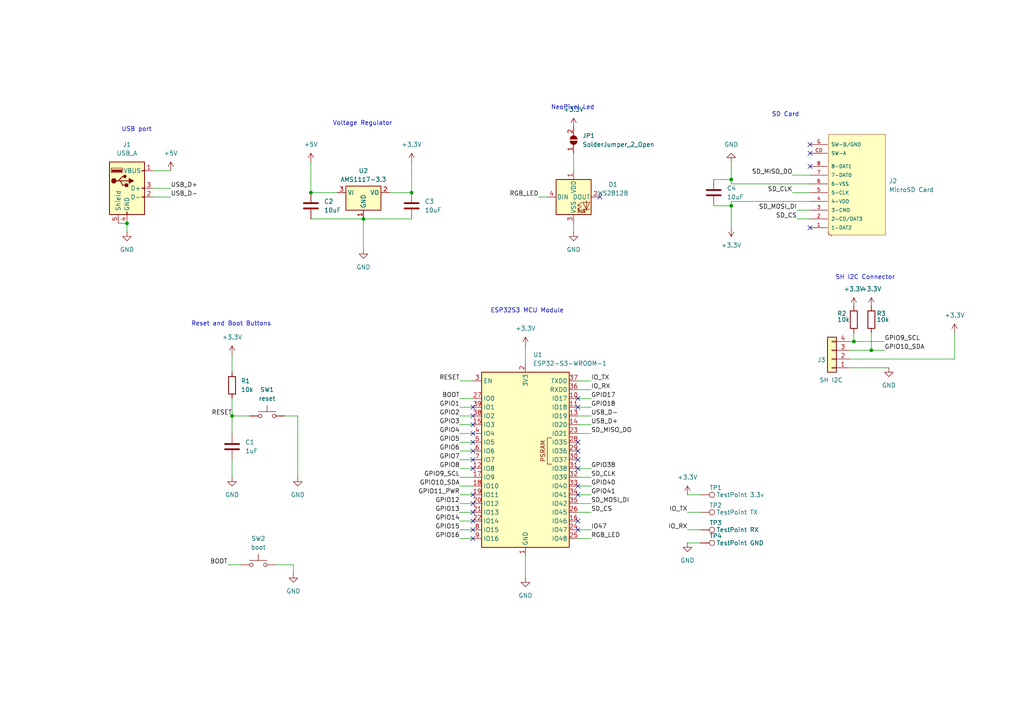
<source format=kicad_sch>
(kicad_sch
	(version 20231120)
	(generator "eeschema")
	(generator_version "8.0")
	(uuid "0bcaa04c-96c6-4c2a-ae95-a91b2f55d9db")
	(paper "A4")
	(title_block
		(title "DX32A DELUXE Mini ")
		(date "2024")
		(rev "1.3")
	)
	(lib_symbols
		(symbol "112J-TDAR-R01:112J-TDAR-R01"
			(pin_names
				(offset 1.016)
			)
			(exclude_from_sim no)
			(in_bom yes)
			(on_board yes)
			(property "Reference" "K"
				(at 0 0 0)
				(effects
					(font
						(size 1.27 1.27)
					)
					(justify bottom)
				)
			)
			(property "Value" "112J-TDAR-R01"
				(at 0 0 0)
				(effects
					(font
						(size 1.27 1.27)
					)
					(justify bottom)
				)
			)
			(property "Footprint" "112J-TDAR-R01:112J-TDAR-R01"
				(at 0 0 0)
				(effects
					(font
						(size 1.27 1.27)
					)
					(justify bottom)
					(hide yes)
				)
			)
			(property "Datasheet" ""
				(at 0 0 0)
				(effects
					(font
						(size 1.27 1.27)
					)
					(hide yes)
				)
			)
			(property "Description" ""
				(at 0 0 0)
				(effects
					(font
						(size 1.27 1.27)
					)
					(hide yes)
				)
			)
			(property "MF" "Attend"
				(at 0 0 0)
				(effects
					(font
						(size 1.27 1.27)
					)
					(justify bottom)
					(hide yes)
				)
			)
			(property "Description_1" "\n9 (8 + 1) Position Card Connector Secure Digital - microSD™ Surface Mount, Right Angle Gold\n"
				(at 0 0 0)
				(effects
					(font
						(size 1.27 1.27)
					)
					(justify bottom)
					(hide yes)
				)
			)
			(property "Package" "None"
				(at 0 0 0)
				(effects
					(font
						(size 1.27 1.27)
					)
					(justify bottom)
					(hide yes)
				)
			)
			(property "Price" "None"
				(at 0 0 0)
				(effects
					(font
						(size 1.27 1.27)
					)
					(justify bottom)
					(hide yes)
				)
			)
			(property "SnapEDA_Link" "https://www.snapeda.com/parts/112J-TDAR-R01/Attend/view-part/?ref=snap"
				(at 0 0 0)
				(effects
					(font
						(size 1.27 1.27)
					)
					(justify bottom)
					(hide yes)
				)
			)
			(property "MP" "112J-TDAR-R01"
				(at 0 0 0)
				(effects
					(font
						(size 1.27 1.27)
					)
					(justify bottom)
					(hide yes)
				)
			)
			(property "Availability" "In Stock"
				(at 0 0 0)
				(effects
					(font
						(size 1.27 1.27)
					)
					(justify bottom)
					(hide yes)
				)
			)
			(property "Check_prices" "https://www.snapeda.com/parts/112J-TDAR-R01/Attend/view-part/?ref=eda"
				(at 0 0 0)
				(effects
					(font
						(size 1.27 1.27)
					)
					(justify bottom)
					(hide yes)
				)
			)
			(symbol "112J-TDAR-R01_0_0"
				(rectangle
					(start -10.3868 -14.3782)
					(end 6.1232 14.8318)
					(stroke
						(width 0.1)
						(type default)
					)
					(fill
						(type background)
					)
				)
				(polyline
					(pts
						(xy 6.35 13.97) (xy 5.08 15.24)
					)
					(stroke
						(width 0.1)
						(type default)
					)
					(fill
						(type none)
					)
				)
				(pin bidirectional line
					(at 11.43 12.7 180)
					(length 5.08)
					(name "1-DAT2"
						(effects
							(font
								(size 1.016 1.016)
							)
						)
					)
					(number "1"
						(effects
							(font
								(size 1.016 1.016)
							)
						)
					)
				)
				(pin bidirectional line
					(at 11.43 10.16 180)
					(length 5.08)
					(name "2-CD/DAT3"
						(effects
							(font
								(size 1.016 1.016)
							)
						)
					)
					(number "2"
						(effects
							(font
								(size 1.016 1.016)
							)
						)
					)
				)
				(pin bidirectional line
					(at 11.43 7.62 180)
					(length 5.08)
					(name "3-CMD"
						(effects
							(font
								(size 1.016 1.016)
							)
						)
					)
					(number "3"
						(effects
							(font
								(size 1.016 1.016)
							)
						)
					)
				)
				(pin bidirectional line
					(at 11.43 5.08 180)
					(length 5.08)
					(name "4-VDD"
						(effects
							(font
								(size 1.016 1.016)
							)
						)
					)
					(number "4"
						(effects
							(font
								(size 1.016 1.016)
							)
						)
					)
				)
				(pin bidirectional line
					(at 11.43 2.54 180)
					(length 5.08)
					(name "5-CLK"
						(effects
							(font
								(size 1.016 1.016)
							)
						)
					)
					(number "5"
						(effects
							(font
								(size 1.016 1.016)
							)
						)
					)
				)
				(pin bidirectional line
					(at 11.43 0 180)
					(length 5.08)
					(name "6-VSS"
						(effects
							(font
								(size 1.016 1.016)
							)
						)
					)
					(number "6"
						(effects
							(font
								(size 1.016 1.016)
							)
						)
					)
				)
				(pin bidirectional line
					(at 11.43 -2.54 180)
					(length 5.08)
					(name "7-DAT0"
						(effects
							(font
								(size 1.016 1.016)
							)
						)
					)
					(number "7"
						(effects
							(font
								(size 1.016 1.016)
							)
						)
					)
				)
				(pin bidirectional line
					(at 11.43 -5.08 180)
					(length 5.08)
					(name "8-DAT1"
						(effects
							(font
								(size 1.016 1.016)
							)
						)
					)
					(number "8"
						(effects
							(font
								(size 1.016 1.016)
							)
						)
					)
				)
				(pin bidirectional line
					(at 11.43 -8.89 180)
					(length 5.08)
					(name "SW-A"
						(effects
							(font
								(size 1.016 1.016)
							)
						)
					)
					(number "CD"
						(effects
							(font
								(size 1.016 1.016)
							)
						)
					)
				)
				(pin bidirectional line
					(at 11.43 -11.43 180)
					(length 5.08)
					(name "SW-B/GND"
						(effects
							(font
								(size 1.016 1.016)
							)
						)
					)
					(number "G"
						(effects
							(font
								(size 1.016 1.016)
							)
						)
					)
				)
			)
		)
		(symbol "Connector:TestPoint"
			(pin_numbers hide)
			(pin_names
				(offset 0.762) hide)
			(exclude_from_sim no)
			(in_bom yes)
			(on_board yes)
			(property "Reference" "TP"
				(at 0 6.858 0)
				(effects
					(font
						(size 1.27 1.27)
					)
				)
			)
			(property "Value" "TestPoint"
				(at 0 5.08 0)
				(effects
					(font
						(size 1.27 1.27)
					)
				)
			)
			(property "Footprint" ""
				(at 5.08 0 0)
				(effects
					(font
						(size 1.27 1.27)
					)
					(hide yes)
				)
			)
			(property "Datasheet" "~"
				(at 5.08 0 0)
				(effects
					(font
						(size 1.27 1.27)
					)
					(hide yes)
				)
			)
			(property "Description" "test point"
				(at 0 0 0)
				(effects
					(font
						(size 1.27 1.27)
					)
					(hide yes)
				)
			)
			(property "ki_keywords" "test point tp"
				(at 0 0 0)
				(effects
					(font
						(size 1.27 1.27)
					)
					(hide yes)
				)
			)
			(property "ki_fp_filters" "Pin* Test*"
				(at 0 0 0)
				(effects
					(font
						(size 1.27 1.27)
					)
					(hide yes)
				)
			)
			(symbol "TestPoint_0_1"
				(circle
					(center 0 3.302)
					(radius 0.762)
					(stroke
						(width 0)
						(type default)
					)
					(fill
						(type none)
					)
				)
			)
			(symbol "TestPoint_1_1"
				(pin passive line
					(at 0 0 90)
					(length 2.54)
					(name "1"
						(effects
							(font
								(size 1.27 1.27)
							)
						)
					)
					(number "1"
						(effects
							(font
								(size 1.27 1.27)
							)
						)
					)
				)
			)
		)
		(symbol "Connector:USB_A"
			(pin_names
				(offset 1.016)
			)
			(exclude_from_sim no)
			(in_bom yes)
			(on_board yes)
			(property "Reference" "J"
				(at -5.08 11.43 0)
				(effects
					(font
						(size 1.27 1.27)
					)
					(justify left)
				)
			)
			(property "Value" "USB_A"
				(at -5.08 8.89 0)
				(effects
					(font
						(size 1.27 1.27)
					)
					(justify left)
				)
			)
			(property "Footprint" ""
				(at 3.81 -1.27 0)
				(effects
					(font
						(size 1.27 1.27)
					)
					(hide yes)
				)
			)
			(property "Datasheet" " ~"
				(at 3.81 -1.27 0)
				(effects
					(font
						(size 1.27 1.27)
					)
					(hide yes)
				)
			)
			(property "Description" "USB Type A connector"
				(at 0 0 0)
				(effects
					(font
						(size 1.27 1.27)
					)
					(hide yes)
				)
			)
			(property "ki_keywords" "connector USB"
				(at 0 0 0)
				(effects
					(font
						(size 1.27 1.27)
					)
					(hide yes)
				)
			)
			(property "ki_fp_filters" "USB*"
				(at 0 0 0)
				(effects
					(font
						(size 1.27 1.27)
					)
					(hide yes)
				)
			)
			(symbol "USB_A_0_1"
				(rectangle
					(start -5.08 -7.62)
					(end 5.08 7.62)
					(stroke
						(width 0.254)
						(type default)
					)
					(fill
						(type background)
					)
				)
				(circle
					(center -3.81 2.159)
					(radius 0.635)
					(stroke
						(width 0.254)
						(type default)
					)
					(fill
						(type outline)
					)
				)
				(rectangle
					(start -1.524 4.826)
					(end -4.318 5.334)
					(stroke
						(width 0)
						(type default)
					)
					(fill
						(type outline)
					)
				)
				(rectangle
					(start -1.27 4.572)
					(end -4.572 5.842)
					(stroke
						(width 0)
						(type default)
					)
					(fill
						(type none)
					)
				)
				(circle
					(center -0.635 3.429)
					(radius 0.381)
					(stroke
						(width 0.254)
						(type default)
					)
					(fill
						(type outline)
					)
				)
				(rectangle
					(start -0.127 -7.62)
					(end 0.127 -6.858)
					(stroke
						(width 0)
						(type default)
					)
					(fill
						(type none)
					)
				)
				(polyline
					(pts
						(xy -3.175 2.159) (xy -2.54 2.159) (xy -1.27 3.429) (xy -0.635 3.429)
					)
					(stroke
						(width 0.254)
						(type default)
					)
					(fill
						(type none)
					)
				)
				(polyline
					(pts
						(xy -2.54 2.159) (xy -1.905 2.159) (xy -1.27 0.889) (xy 0 0.889)
					)
					(stroke
						(width 0.254)
						(type default)
					)
					(fill
						(type none)
					)
				)
				(polyline
					(pts
						(xy 0.635 2.794) (xy 0.635 1.524) (xy 1.905 2.159) (xy 0.635 2.794)
					)
					(stroke
						(width 0.254)
						(type default)
					)
					(fill
						(type outline)
					)
				)
				(rectangle
					(start 0.254 1.27)
					(end -0.508 0.508)
					(stroke
						(width 0.254)
						(type default)
					)
					(fill
						(type outline)
					)
				)
				(rectangle
					(start 5.08 -2.667)
					(end 4.318 -2.413)
					(stroke
						(width 0)
						(type default)
					)
					(fill
						(type none)
					)
				)
				(rectangle
					(start 5.08 -0.127)
					(end 4.318 0.127)
					(stroke
						(width 0)
						(type default)
					)
					(fill
						(type none)
					)
				)
				(rectangle
					(start 5.08 4.953)
					(end 4.318 5.207)
					(stroke
						(width 0)
						(type default)
					)
					(fill
						(type none)
					)
				)
			)
			(symbol "USB_A_1_1"
				(polyline
					(pts
						(xy -1.905 2.159) (xy 0.635 2.159)
					)
					(stroke
						(width 0.254)
						(type default)
					)
					(fill
						(type none)
					)
				)
				(pin power_in line
					(at 7.62 5.08 180)
					(length 2.54)
					(name "VBUS"
						(effects
							(font
								(size 1.27 1.27)
							)
						)
					)
					(number "1"
						(effects
							(font
								(size 1.27 1.27)
							)
						)
					)
				)
				(pin bidirectional line
					(at 7.62 -2.54 180)
					(length 2.54)
					(name "D-"
						(effects
							(font
								(size 1.27 1.27)
							)
						)
					)
					(number "2"
						(effects
							(font
								(size 1.27 1.27)
							)
						)
					)
				)
				(pin bidirectional line
					(at 7.62 0 180)
					(length 2.54)
					(name "D+"
						(effects
							(font
								(size 1.27 1.27)
							)
						)
					)
					(number "3"
						(effects
							(font
								(size 1.27 1.27)
							)
						)
					)
				)
				(pin power_in line
					(at 0 -10.16 90)
					(length 2.54)
					(name "GND"
						(effects
							(font
								(size 1.27 1.27)
							)
						)
					)
					(number "4"
						(effects
							(font
								(size 1.27 1.27)
							)
						)
					)
				)
				(pin passive line
					(at -2.54 -10.16 90)
					(length 2.54)
					(name "Shield"
						(effects
							(font
								(size 1.27 1.27)
							)
						)
					)
					(number "5"
						(effects
							(font
								(size 1.27 1.27)
							)
						)
					)
				)
			)
		)
		(symbol "Connector_Generic:Conn_01x04"
			(pin_names
				(offset 1.016) hide)
			(exclude_from_sim no)
			(in_bom yes)
			(on_board yes)
			(property "Reference" "J"
				(at 0 5.08 0)
				(effects
					(font
						(size 1.27 1.27)
					)
				)
			)
			(property "Value" "Conn_01x04"
				(at 0 -7.62 0)
				(effects
					(font
						(size 1.27 1.27)
					)
				)
			)
			(property "Footprint" ""
				(at 0 0 0)
				(effects
					(font
						(size 1.27 1.27)
					)
					(hide yes)
				)
			)
			(property "Datasheet" "~"
				(at 0 0 0)
				(effects
					(font
						(size 1.27 1.27)
					)
					(hide yes)
				)
			)
			(property "Description" "Generic connector, single row, 01x04, script generated (kicad-library-utils/schlib/autogen/connector/)"
				(at 0 0 0)
				(effects
					(font
						(size 1.27 1.27)
					)
					(hide yes)
				)
			)
			(property "ki_keywords" "connector"
				(at 0 0 0)
				(effects
					(font
						(size 1.27 1.27)
					)
					(hide yes)
				)
			)
			(property "ki_fp_filters" "Connector*:*_1x??_*"
				(at 0 0 0)
				(effects
					(font
						(size 1.27 1.27)
					)
					(hide yes)
				)
			)
			(symbol "Conn_01x04_1_1"
				(rectangle
					(start -1.27 -4.953)
					(end 0 -5.207)
					(stroke
						(width 0.1524)
						(type default)
					)
					(fill
						(type none)
					)
				)
				(rectangle
					(start -1.27 -2.413)
					(end 0 -2.667)
					(stroke
						(width 0.1524)
						(type default)
					)
					(fill
						(type none)
					)
				)
				(rectangle
					(start -1.27 0.127)
					(end 0 -0.127)
					(stroke
						(width 0.1524)
						(type default)
					)
					(fill
						(type none)
					)
				)
				(rectangle
					(start -1.27 2.667)
					(end 0 2.413)
					(stroke
						(width 0.1524)
						(type default)
					)
					(fill
						(type none)
					)
				)
				(rectangle
					(start -1.27 3.81)
					(end 1.27 -6.35)
					(stroke
						(width 0.254)
						(type default)
					)
					(fill
						(type background)
					)
				)
				(pin passive line
					(at -5.08 2.54 0)
					(length 3.81)
					(name "Pin_1"
						(effects
							(font
								(size 1.27 1.27)
							)
						)
					)
					(number "1"
						(effects
							(font
								(size 1.27 1.27)
							)
						)
					)
				)
				(pin passive line
					(at -5.08 0 0)
					(length 3.81)
					(name "Pin_2"
						(effects
							(font
								(size 1.27 1.27)
							)
						)
					)
					(number "2"
						(effects
							(font
								(size 1.27 1.27)
							)
						)
					)
				)
				(pin passive line
					(at -5.08 -2.54 0)
					(length 3.81)
					(name "Pin_3"
						(effects
							(font
								(size 1.27 1.27)
							)
						)
					)
					(number "3"
						(effects
							(font
								(size 1.27 1.27)
							)
						)
					)
				)
				(pin passive line
					(at -5.08 -5.08 0)
					(length 3.81)
					(name "Pin_4"
						(effects
							(font
								(size 1.27 1.27)
							)
						)
					)
					(number "4"
						(effects
							(font
								(size 1.27 1.27)
							)
						)
					)
				)
			)
		)
		(symbol "Device:C"
			(pin_numbers hide)
			(pin_names
				(offset 0.254)
			)
			(exclude_from_sim no)
			(in_bom yes)
			(on_board yes)
			(property "Reference" "C"
				(at 0.635 2.54 0)
				(effects
					(font
						(size 1.27 1.27)
					)
					(justify left)
				)
			)
			(property "Value" "C"
				(at 0.635 -2.54 0)
				(effects
					(font
						(size 1.27 1.27)
					)
					(justify left)
				)
			)
			(property "Footprint" ""
				(at 0.9652 -3.81 0)
				(effects
					(font
						(size 1.27 1.27)
					)
					(hide yes)
				)
			)
			(property "Datasheet" "~"
				(at 0 0 0)
				(effects
					(font
						(size 1.27 1.27)
					)
					(hide yes)
				)
			)
			(property "Description" "Unpolarized capacitor"
				(at 0 0 0)
				(effects
					(font
						(size 1.27 1.27)
					)
					(hide yes)
				)
			)
			(property "ki_keywords" "cap capacitor"
				(at 0 0 0)
				(effects
					(font
						(size 1.27 1.27)
					)
					(hide yes)
				)
			)
			(property "ki_fp_filters" "C_*"
				(at 0 0 0)
				(effects
					(font
						(size 1.27 1.27)
					)
					(hide yes)
				)
			)
			(symbol "C_0_1"
				(polyline
					(pts
						(xy -2.032 -0.762) (xy 2.032 -0.762)
					)
					(stroke
						(width 0.508)
						(type default)
					)
					(fill
						(type none)
					)
				)
				(polyline
					(pts
						(xy -2.032 0.762) (xy 2.032 0.762)
					)
					(stroke
						(width 0.508)
						(type default)
					)
					(fill
						(type none)
					)
				)
			)
			(symbol "C_1_1"
				(pin passive line
					(at 0 3.81 270)
					(length 2.794)
					(name "~"
						(effects
							(font
								(size 1.27 1.27)
							)
						)
					)
					(number "1"
						(effects
							(font
								(size 1.27 1.27)
							)
						)
					)
				)
				(pin passive line
					(at 0 -3.81 90)
					(length 2.794)
					(name "~"
						(effects
							(font
								(size 1.27 1.27)
							)
						)
					)
					(number "2"
						(effects
							(font
								(size 1.27 1.27)
							)
						)
					)
				)
			)
		)
		(symbol "Device:R"
			(pin_numbers hide)
			(pin_names
				(offset 0)
			)
			(exclude_from_sim no)
			(in_bom yes)
			(on_board yes)
			(property "Reference" "R"
				(at 2.032 0 90)
				(effects
					(font
						(size 1.27 1.27)
					)
				)
			)
			(property "Value" "R"
				(at 0 0 90)
				(effects
					(font
						(size 1.27 1.27)
					)
				)
			)
			(property "Footprint" ""
				(at -1.778 0 90)
				(effects
					(font
						(size 1.27 1.27)
					)
					(hide yes)
				)
			)
			(property "Datasheet" "~"
				(at 0 0 0)
				(effects
					(font
						(size 1.27 1.27)
					)
					(hide yes)
				)
			)
			(property "Description" "Resistor"
				(at 0 0 0)
				(effects
					(font
						(size 1.27 1.27)
					)
					(hide yes)
				)
			)
			(property "ki_keywords" "R res resistor"
				(at 0 0 0)
				(effects
					(font
						(size 1.27 1.27)
					)
					(hide yes)
				)
			)
			(property "ki_fp_filters" "R_*"
				(at 0 0 0)
				(effects
					(font
						(size 1.27 1.27)
					)
					(hide yes)
				)
			)
			(symbol "R_0_1"
				(rectangle
					(start -1.016 -2.54)
					(end 1.016 2.54)
					(stroke
						(width 0.254)
						(type default)
					)
					(fill
						(type none)
					)
				)
			)
			(symbol "R_1_1"
				(pin passive line
					(at 0 3.81 270)
					(length 1.27)
					(name "~"
						(effects
							(font
								(size 1.27 1.27)
							)
						)
					)
					(number "1"
						(effects
							(font
								(size 1.27 1.27)
							)
						)
					)
				)
				(pin passive line
					(at 0 -3.81 90)
					(length 1.27)
					(name "~"
						(effects
							(font
								(size 1.27 1.27)
							)
						)
					)
					(number "2"
						(effects
							(font
								(size 1.27 1.27)
							)
						)
					)
				)
			)
		)
		(symbol "Jumper:SolderJumper_2_Open"
			(pin_names
				(offset 0) hide)
			(exclude_from_sim no)
			(in_bom yes)
			(on_board yes)
			(property "Reference" "JP"
				(at 0 2.032 0)
				(effects
					(font
						(size 1.27 1.27)
					)
				)
			)
			(property "Value" "SolderJumper_2_Open"
				(at 0 -2.54 0)
				(effects
					(font
						(size 1.27 1.27)
					)
				)
			)
			(property "Footprint" ""
				(at 0 0 0)
				(effects
					(font
						(size 1.27 1.27)
					)
					(hide yes)
				)
			)
			(property "Datasheet" "~"
				(at 0 0 0)
				(effects
					(font
						(size 1.27 1.27)
					)
					(hide yes)
				)
			)
			(property "Description" "Solder Jumper, 2-pole, open"
				(at 0 0 0)
				(effects
					(font
						(size 1.27 1.27)
					)
					(hide yes)
				)
			)
			(property "ki_keywords" "solder jumper SPST"
				(at 0 0 0)
				(effects
					(font
						(size 1.27 1.27)
					)
					(hide yes)
				)
			)
			(property "ki_fp_filters" "SolderJumper*Open*"
				(at 0 0 0)
				(effects
					(font
						(size 1.27 1.27)
					)
					(hide yes)
				)
			)
			(symbol "SolderJumper_2_Open_0_1"
				(arc
					(start -0.254 1.016)
					(mid -1.2656 0)
					(end -0.254 -1.016)
					(stroke
						(width 0)
						(type default)
					)
					(fill
						(type none)
					)
				)
				(arc
					(start -0.254 1.016)
					(mid -1.2656 0)
					(end -0.254 -1.016)
					(stroke
						(width 0)
						(type default)
					)
					(fill
						(type outline)
					)
				)
				(polyline
					(pts
						(xy -0.254 1.016) (xy -0.254 -1.016)
					)
					(stroke
						(width 0)
						(type default)
					)
					(fill
						(type none)
					)
				)
				(polyline
					(pts
						(xy 0.254 1.016) (xy 0.254 -1.016)
					)
					(stroke
						(width 0)
						(type default)
					)
					(fill
						(type none)
					)
				)
				(arc
					(start 0.254 -1.016)
					(mid 1.2656 0)
					(end 0.254 1.016)
					(stroke
						(width 0)
						(type default)
					)
					(fill
						(type none)
					)
				)
				(arc
					(start 0.254 -1.016)
					(mid 1.2656 0)
					(end 0.254 1.016)
					(stroke
						(width 0)
						(type default)
					)
					(fill
						(type outline)
					)
				)
			)
			(symbol "SolderJumper_2_Open_1_1"
				(pin passive line
					(at -3.81 0 0)
					(length 2.54)
					(name "A"
						(effects
							(font
								(size 1.27 1.27)
							)
						)
					)
					(number "1"
						(effects
							(font
								(size 1.27 1.27)
							)
						)
					)
				)
				(pin passive line
					(at 3.81 0 180)
					(length 2.54)
					(name "B"
						(effects
							(font
								(size 1.27 1.27)
							)
						)
					)
					(number "2"
						(effects
							(font
								(size 1.27 1.27)
							)
						)
					)
				)
			)
		)
		(symbol "LED:WS2812B"
			(pin_names
				(offset 0.254)
			)
			(exclude_from_sim no)
			(in_bom yes)
			(on_board yes)
			(property "Reference" "D"
				(at 5.08 5.715 0)
				(effects
					(font
						(size 1.27 1.27)
					)
					(justify right bottom)
				)
			)
			(property "Value" "WS2812B"
				(at 1.27 -5.715 0)
				(effects
					(font
						(size 1.27 1.27)
					)
					(justify left top)
				)
			)
			(property "Footprint" "LED_SMD:LED_WS2812B_PLCC4_5.0x5.0mm_P3.2mm"
				(at 1.27 -7.62 0)
				(effects
					(font
						(size 1.27 1.27)
					)
					(justify left top)
					(hide yes)
				)
			)
			(property "Datasheet" "https://cdn-shop.adafruit.com/datasheets/WS2812B.pdf"
				(at 2.54 -9.525 0)
				(effects
					(font
						(size 1.27 1.27)
					)
					(justify left top)
					(hide yes)
				)
			)
			(property "Description" "RGB LED with integrated controller"
				(at 0 0 0)
				(effects
					(font
						(size 1.27 1.27)
					)
					(hide yes)
				)
			)
			(property "ki_keywords" "RGB LED NeoPixel addressable"
				(at 0 0 0)
				(effects
					(font
						(size 1.27 1.27)
					)
					(hide yes)
				)
			)
			(property "ki_fp_filters" "LED*WS2812*PLCC*5.0x5.0mm*P3.2mm*"
				(at 0 0 0)
				(effects
					(font
						(size 1.27 1.27)
					)
					(hide yes)
				)
			)
			(symbol "WS2812B_0_0"
				(text "RGB"
					(at 2.286 -4.191 0)
					(effects
						(font
							(size 0.762 0.762)
						)
					)
				)
			)
			(symbol "WS2812B_0_1"
				(polyline
					(pts
						(xy 1.27 -3.556) (xy 1.778 -3.556)
					)
					(stroke
						(width 0)
						(type default)
					)
					(fill
						(type none)
					)
				)
				(polyline
					(pts
						(xy 1.27 -2.54) (xy 1.778 -2.54)
					)
					(stroke
						(width 0)
						(type default)
					)
					(fill
						(type none)
					)
				)
				(polyline
					(pts
						(xy 4.699 -3.556) (xy 2.667 -3.556)
					)
					(stroke
						(width 0)
						(type default)
					)
					(fill
						(type none)
					)
				)
				(polyline
					(pts
						(xy 2.286 -2.54) (xy 1.27 -3.556) (xy 1.27 -3.048)
					)
					(stroke
						(width 0)
						(type default)
					)
					(fill
						(type none)
					)
				)
				(polyline
					(pts
						(xy 2.286 -1.524) (xy 1.27 -2.54) (xy 1.27 -2.032)
					)
					(stroke
						(width 0)
						(type default)
					)
					(fill
						(type none)
					)
				)
				(polyline
					(pts
						(xy 3.683 -1.016) (xy 3.683 -3.556) (xy 3.683 -4.064)
					)
					(stroke
						(width 0)
						(type default)
					)
					(fill
						(type none)
					)
				)
				(polyline
					(pts
						(xy 4.699 -1.524) (xy 2.667 -1.524) (xy 3.683 -3.556) (xy 4.699 -1.524)
					)
					(stroke
						(width 0)
						(type default)
					)
					(fill
						(type none)
					)
				)
				(rectangle
					(start 5.08 5.08)
					(end -5.08 -5.08)
					(stroke
						(width 0.254)
						(type default)
					)
					(fill
						(type background)
					)
				)
			)
			(symbol "WS2812B_1_1"
				(pin power_in line
					(at 0 7.62 270)
					(length 2.54)
					(name "VDD"
						(effects
							(font
								(size 1.27 1.27)
							)
						)
					)
					(number "1"
						(effects
							(font
								(size 1.27 1.27)
							)
						)
					)
				)
				(pin output line
					(at 7.62 0 180)
					(length 2.54)
					(name "DOUT"
						(effects
							(font
								(size 1.27 1.27)
							)
						)
					)
					(number "2"
						(effects
							(font
								(size 1.27 1.27)
							)
						)
					)
				)
				(pin power_in line
					(at 0 -7.62 90)
					(length 2.54)
					(name "VSS"
						(effects
							(font
								(size 1.27 1.27)
							)
						)
					)
					(number "3"
						(effects
							(font
								(size 1.27 1.27)
							)
						)
					)
				)
				(pin input line
					(at -7.62 0 0)
					(length 2.54)
					(name "DIN"
						(effects
							(font
								(size 1.27 1.27)
							)
						)
					)
					(number "4"
						(effects
							(font
								(size 1.27 1.27)
							)
						)
					)
				)
			)
		)
		(symbol "RF_Module:ESP32-S3-WROOM-1"
			(exclude_from_sim no)
			(in_bom yes)
			(on_board yes)
			(property "Reference" "U"
				(at -12.7 26.67 0)
				(effects
					(font
						(size 1.27 1.27)
					)
				)
			)
			(property "Value" "ESP32-S3-WROOM-1"
				(at 12.7 26.67 0)
				(effects
					(font
						(size 1.27 1.27)
					)
				)
			)
			(property "Footprint" "RF_Module:ESP32-S3-WROOM-1"
				(at 0 2.54 0)
				(effects
					(font
						(size 1.27 1.27)
					)
					(hide yes)
				)
			)
			(property "Datasheet" "https://www.espressif.com/sites/default/files/documentation/esp32-s3-wroom-1_wroom-1u_datasheet_en.pdf"
				(at 0 0 0)
				(effects
					(font
						(size 1.27 1.27)
					)
					(hide yes)
				)
			)
			(property "Description" "RF Module, ESP32-S3 SoC, Wi-Fi 802.11b/g/n, Bluetooth, BLE, 32-bit, 3.3V, onboard antenna, SMD"
				(at 0 0 0)
				(effects
					(font
						(size 1.27 1.27)
					)
					(hide yes)
				)
			)
			(property "ki_keywords" "RF Radio BT ESP ESP32-S3 Espressif onboard PCB antenna"
				(at 0 0 0)
				(effects
					(font
						(size 1.27 1.27)
					)
					(hide yes)
				)
			)
			(property "ki_fp_filters" "ESP32?S3?WROOM?1*"
				(at 0 0 0)
				(effects
					(font
						(size 1.27 1.27)
					)
					(hide yes)
				)
			)
			(symbol "ESP32-S3-WROOM-1_0_0"
				(rectangle
					(start -12.7 25.4)
					(end 12.7 -25.4)
					(stroke
						(width 0.254)
						(type default)
					)
					(fill
						(type background)
					)
				)
				(text "PSRAM"
					(at 5.08 2.54 900)
					(effects
						(font
							(size 1.27 1.27)
						)
					)
				)
			)
			(symbol "ESP32-S3-WROOM-1_0_1"
				(polyline
					(pts
						(xy 7.62 -1.27) (xy 6.35 -1.27) (xy 6.35 6.35) (xy 7.62 6.35)
					)
					(stroke
						(width 0)
						(type default)
					)
					(fill
						(type none)
					)
				)
			)
			(symbol "ESP32-S3-WROOM-1_1_1"
				(pin power_in line
					(at 0 -27.94 90)
					(length 2.54)
					(name "GND"
						(effects
							(font
								(size 1.27 1.27)
							)
						)
					)
					(number "1"
						(effects
							(font
								(size 1.27 1.27)
							)
						)
					)
				)
				(pin bidirectional line
					(at 15.24 17.78 180)
					(length 2.54)
					(name "IO17"
						(effects
							(font
								(size 1.27 1.27)
							)
						)
					)
					(number "10"
						(effects
							(font
								(size 1.27 1.27)
							)
						)
					)
				)
				(pin bidirectional line
					(at 15.24 15.24 180)
					(length 2.54)
					(name "IO18"
						(effects
							(font
								(size 1.27 1.27)
							)
						)
					)
					(number "11"
						(effects
							(font
								(size 1.27 1.27)
							)
						)
					)
				)
				(pin bidirectional line
					(at -15.24 -2.54 0)
					(length 2.54)
					(name "IO8"
						(effects
							(font
								(size 1.27 1.27)
							)
						)
					)
					(number "12"
						(effects
							(font
								(size 1.27 1.27)
							)
						)
					)
				)
				(pin bidirectional line
					(at 15.24 12.7 180)
					(length 2.54)
					(name "IO19"
						(effects
							(font
								(size 1.27 1.27)
							)
						)
					)
					(number "13"
						(effects
							(font
								(size 1.27 1.27)
							)
						)
					)
				)
				(pin bidirectional line
					(at 15.24 10.16 180)
					(length 2.54)
					(name "IO20"
						(effects
							(font
								(size 1.27 1.27)
							)
						)
					)
					(number "14"
						(effects
							(font
								(size 1.27 1.27)
							)
						)
					)
				)
				(pin bidirectional line
					(at -15.24 10.16 0)
					(length 2.54)
					(name "IO3"
						(effects
							(font
								(size 1.27 1.27)
							)
						)
					)
					(number "15"
						(effects
							(font
								(size 1.27 1.27)
							)
						)
					)
				)
				(pin bidirectional line
					(at 15.24 -17.78 180)
					(length 2.54)
					(name "IO46"
						(effects
							(font
								(size 1.27 1.27)
							)
						)
					)
					(number "16"
						(effects
							(font
								(size 1.27 1.27)
							)
						)
					)
				)
				(pin bidirectional line
					(at -15.24 -5.08 0)
					(length 2.54)
					(name "IO9"
						(effects
							(font
								(size 1.27 1.27)
							)
						)
					)
					(number "17"
						(effects
							(font
								(size 1.27 1.27)
							)
						)
					)
				)
				(pin bidirectional line
					(at -15.24 -7.62 0)
					(length 2.54)
					(name "IO10"
						(effects
							(font
								(size 1.27 1.27)
							)
						)
					)
					(number "18"
						(effects
							(font
								(size 1.27 1.27)
							)
						)
					)
				)
				(pin bidirectional line
					(at -15.24 -10.16 0)
					(length 2.54)
					(name "IO11"
						(effects
							(font
								(size 1.27 1.27)
							)
						)
					)
					(number "19"
						(effects
							(font
								(size 1.27 1.27)
							)
						)
					)
				)
				(pin power_in line
					(at 0 27.94 270)
					(length 2.54)
					(name "3V3"
						(effects
							(font
								(size 1.27 1.27)
							)
						)
					)
					(number "2"
						(effects
							(font
								(size 1.27 1.27)
							)
						)
					)
				)
				(pin bidirectional line
					(at -15.24 -12.7 0)
					(length 2.54)
					(name "IO12"
						(effects
							(font
								(size 1.27 1.27)
							)
						)
					)
					(number "20"
						(effects
							(font
								(size 1.27 1.27)
							)
						)
					)
				)
				(pin bidirectional line
					(at -15.24 -15.24 0)
					(length 2.54)
					(name "IO13"
						(effects
							(font
								(size 1.27 1.27)
							)
						)
					)
					(number "21"
						(effects
							(font
								(size 1.27 1.27)
							)
						)
					)
				)
				(pin bidirectional line
					(at -15.24 -17.78 0)
					(length 2.54)
					(name "IO14"
						(effects
							(font
								(size 1.27 1.27)
							)
						)
					)
					(number "22"
						(effects
							(font
								(size 1.27 1.27)
							)
						)
					)
				)
				(pin bidirectional line
					(at 15.24 7.62 180)
					(length 2.54)
					(name "IO21"
						(effects
							(font
								(size 1.27 1.27)
							)
						)
					)
					(number "23"
						(effects
							(font
								(size 1.27 1.27)
							)
						)
					)
				)
				(pin bidirectional line
					(at 15.24 -20.32 180)
					(length 2.54)
					(name "IO47"
						(effects
							(font
								(size 1.27 1.27)
							)
						)
					)
					(number "24"
						(effects
							(font
								(size 1.27 1.27)
							)
						)
					)
				)
				(pin bidirectional line
					(at 15.24 -22.86 180)
					(length 2.54)
					(name "IO48"
						(effects
							(font
								(size 1.27 1.27)
							)
						)
					)
					(number "25"
						(effects
							(font
								(size 1.27 1.27)
							)
						)
					)
				)
				(pin bidirectional line
					(at 15.24 -15.24 180)
					(length 2.54)
					(name "IO45"
						(effects
							(font
								(size 1.27 1.27)
							)
						)
					)
					(number "26"
						(effects
							(font
								(size 1.27 1.27)
							)
						)
					)
				)
				(pin bidirectional line
					(at -15.24 17.78 0)
					(length 2.54)
					(name "IO0"
						(effects
							(font
								(size 1.27 1.27)
							)
						)
					)
					(number "27"
						(effects
							(font
								(size 1.27 1.27)
							)
						)
					)
				)
				(pin bidirectional line
					(at 15.24 5.08 180)
					(length 2.54)
					(name "IO35"
						(effects
							(font
								(size 1.27 1.27)
							)
						)
					)
					(number "28"
						(effects
							(font
								(size 1.27 1.27)
							)
						)
					)
				)
				(pin bidirectional line
					(at 15.24 2.54 180)
					(length 2.54)
					(name "IO36"
						(effects
							(font
								(size 1.27 1.27)
							)
						)
					)
					(number "29"
						(effects
							(font
								(size 1.27 1.27)
							)
						)
					)
				)
				(pin input line
					(at -15.24 22.86 0)
					(length 2.54)
					(name "EN"
						(effects
							(font
								(size 1.27 1.27)
							)
						)
					)
					(number "3"
						(effects
							(font
								(size 1.27 1.27)
							)
						)
					)
				)
				(pin bidirectional line
					(at 15.24 0 180)
					(length 2.54)
					(name "IO37"
						(effects
							(font
								(size 1.27 1.27)
							)
						)
					)
					(number "30"
						(effects
							(font
								(size 1.27 1.27)
							)
						)
					)
				)
				(pin bidirectional line
					(at 15.24 -2.54 180)
					(length 2.54)
					(name "IO38"
						(effects
							(font
								(size 1.27 1.27)
							)
						)
					)
					(number "31"
						(effects
							(font
								(size 1.27 1.27)
							)
						)
					)
				)
				(pin bidirectional line
					(at 15.24 -5.08 180)
					(length 2.54)
					(name "IO39"
						(effects
							(font
								(size 1.27 1.27)
							)
						)
					)
					(number "32"
						(effects
							(font
								(size 1.27 1.27)
							)
						)
					)
				)
				(pin bidirectional line
					(at 15.24 -7.62 180)
					(length 2.54)
					(name "IO40"
						(effects
							(font
								(size 1.27 1.27)
							)
						)
					)
					(number "33"
						(effects
							(font
								(size 1.27 1.27)
							)
						)
					)
				)
				(pin bidirectional line
					(at 15.24 -10.16 180)
					(length 2.54)
					(name "IO41"
						(effects
							(font
								(size 1.27 1.27)
							)
						)
					)
					(number "34"
						(effects
							(font
								(size 1.27 1.27)
							)
						)
					)
				)
				(pin bidirectional line
					(at 15.24 -12.7 180)
					(length 2.54)
					(name "IO42"
						(effects
							(font
								(size 1.27 1.27)
							)
						)
					)
					(number "35"
						(effects
							(font
								(size 1.27 1.27)
							)
						)
					)
				)
				(pin bidirectional line
					(at 15.24 20.32 180)
					(length 2.54)
					(name "RXD0"
						(effects
							(font
								(size 1.27 1.27)
							)
						)
					)
					(number "36"
						(effects
							(font
								(size 1.27 1.27)
							)
						)
					)
				)
				(pin bidirectional line
					(at 15.24 22.86 180)
					(length 2.54)
					(name "TXD0"
						(effects
							(font
								(size 1.27 1.27)
							)
						)
					)
					(number "37"
						(effects
							(font
								(size 1.27 1.27)
							)
						)
					)
				)
				(pin bidirectional line
					(at -15.24 12.7 0)
					(length 2.54)
					(name "IO2"
						(effects
							(font
								(size 1.27 1.27)
							)
						)
					)
					(number "38"
						(effects
							(font
								(size 1.27 1.27)
							)
						)
					)
				)
				(pin bidirectional line
					(at -15.24 15.24 0)
					(length 2.54)
					(name "IO1"
						(effects
							(font
								(size 1.27 1.27)
							)
						)
					)
					(number "39"
						(effects
							(font
								(size 1.27 1.27)
							)
						)
					)
				)
				(pin bidirectional line
					(at -15.24 7.62 0)
					(length 2.54)
					(name "IO4"
						(effects
							(font
								(size 1.27 1.27)
							)
						)
					)
					(number "4"
						(effects
							(font
								(size 1.27 1.27)
							)
						)
					)
				)
				(pin passive line
					(at 0 -27.94 90)
					(length 2.54) hide
					(name "GND"
						(effects
							(font
								(size 1.27 1.27)
							)
						)
					)
					(number "40"
						(effects
							(font
								(size 1.27 1.27)
							)
						)
					)
				)
				(pin passive line
					(at 0 -27.94 90)
					(length 2.54) hide
					(name "GND"
						(effects
							(font
								(size 1.27 1.27)
							)
						)
					)
					(number "41"
						(effects
							(font
								(size 1.27 1.27)
							)
						)
					)
				)
				(pin bidirectional line
					(at -15.24 5.08 0)
					(length 2.54)
					(name "IO5"
						(effects
							(font
								(size 1.27 1.27)
							)
						)
					)
					(number "5"
						(effects
							(font
								(size 1.27 1.27)
							)
						)
					)
				)
				(pin bidirectional line
					(at -15.24 2.54 0)
					(length 2.54)
					(name "IO6"
						(effects
							(font
								(size 1.27 1.27)
							)
						)
					)
					(number "6"
						(effects
							(font
								(size 1.27 1.27)
							)
						)
					)
				)
				(pin bidirectional line
					(at -15.24 0 0)
					(length 2.54)
					(name "IO7"
						(effects
							(font
								(size 1.27 1.27)
							)
						)
					)
					(number "7"
						(effects
							(font
								(size 1.27 1.27)
							)
						)
					)
				)
				(pin bidirectional line
					(at -15.24 -20.32 0)
					(length 2.54)
					(name "IO15"
						(effects
							(font
								(size 1.27 1.27)
							)
						)
					)
					(number "8"
						(effects
							(font
								(size 1.27 1.27)
							)
						)
					)
				)
				(pin bidirectional line
					(at -15.24 -22.86 0)
					(length 2.54)
					(name "IO16"
						(effects
							(font
								(size 1.27 1.27)
							)
						)
					)
					(number "9"
						(effects
							(font
								(size 1.27 1.27)
							)
						)
					)
				)
			)
		)
		(symbol "Regulator_Linear:AMS1117-3.3"
			(exclude_from_sim no)
			(in_bom yes)
			(on_board yes)
			(property "Reference" "U"
				(at -3.81 3.175 0)
				(effects
					(font
						(size 1.27 1.27)
					)
				)
			)
			(property "Value" "AMS1117-3.3"
				(at 0 3.175 0)
				(effects
					(font
						(size 1.27 1.27)
					)
					(justify left)
				)
			)
			(property "Footprint" "Package_TO_SOT_SMD:SOT-223-3_TabPin2"
				(at 0 5.08 0)
				(effects
					(font
						(size 1.27 1.27)
					)
					(hide yes)
				)
			)
			(property "Datasheet" "http://www.advanced-monolithic.com/pdf/ds1117.pdf"
				(at 2.54 -6.35 0)
				(effects
					(font
						(size 1.27 1.27)
					)
					(hide yes)
				)
			)
			(property "Description" "1A Low Dropout regulator, positive, 3.3V fixed output, SOT-223"
				(at 0 0 0)
				(effects
					(font
						(size 1.27 1.27)
					)
					(hide yes)
				)
			)
			(property "ki_keywords" "linear regulator ldo fixed positive"
				(at 0 0 0)
				(effects
					(font
						(size 1.27 1.27)
					)
					(hide yes)
				)
			)
			(property "ki_fp_filters" "SOT?223*TabPin2*"
				(at 0 0 0)
				(effects
					(font
						(size 1.27 1.27)
					)
					(hide yes)
				)
			)
			(symbol "AMS1117-3.3_0_1"
				(rectangle
					(start -5.08 -5.08)
					(end 5.08 1.905)
					(stroke
						(width 0.254)
						(type default)
					)
					(fill
						(type background)
					)
				)
			)
			(symbol "AMS1117-3.3_1_1"
				(pin power_in line
					(at 0 -7.62 90)
					(length 2.54)
					(name "GND"
						(effects
							(font
								(size 1.27 1.27)
							)
						)
					)
					(number "1"
						(effects
							(font
								(size 1.27 1.27)
							)
						)
					)
				)
				(pin power_out line
					(at 7.62 0 180)
					(length 2.54)
					(name "VO"
						(effects
							(font
								(size 1.27 1.27)
							)
						)
					)
					(number "2"
						(effects
							(font
								(size 1.27 1.27)
							)
						)
					)
				)
				(pin power_in line
					(at -7.62 0 0)
					(length 2.54)
					(name "VI"
						(effects
							(font
								(size 1.27 1.27)
							)
						)
					)
					(number "3"
						(effects
							(font
								(size 1.27 1.27)
							)
						)
					)
				)
			)
		)
		(symbol "Switch:SW_Push"
			(pin_numbers hide)
			(pin_names
				(offset 1.016) hide)
			(exclude_from_sim no)
			(in_bom yes)
			(on_board yes)
			(property "Reference" "SW"
				(at 1.27 2.54 0)
				(effects
					(font
						(size 1.27 1.27)
					)
					(justify left)
				)
			)
			(property "Value" "SW_Push"
				(at 0 -1.524 0)
				(effects
					(font
						(size 1.27 1.27)
					)
				)
			)
			(property "Footprint" ""
				(at 0 5.08 0)
				(effects
					(font
						(size 1.27 1.27)
					)
					(hide yes)
				)
			)
			(property "Datasheet" "~"
				(at 0 5.08 0)
				(effects
					(font
						(size 1.27 1.27)
					)
					(hide yes)
				)
			)
			(property "Description" "Push button switch, generic, two pins"
				(at 0 0 0)
				(effects
					(font
						(size 1.27 1.27)
					)
					(hide yes)
				)
			)
			(property "ki_keywords" "switch normally-open pushbutton push-button"
				(at 0 0 0)
				(effects
					(font
						(size 1.27 1.27)
					)
					(hide yes)
				)
			)
			(symbol "SW_Push_0_1"
				(circle
					(center -2.032 0)
					(radius 0.508)
					(stroke
						(width 0)
						(type default)
					)
					(fill
						(type none)
					)
				)
				(polyline
					(pts
						(xy 0 1.27) (xy 0 3.048)
					)
					(stroke
						(width 0)
						(type default)
					)
					(fill
						(type none)
					)
				)
				(polyline
					(pts
						(xy 2.54 1.27) (xy -2.54 1.27)
					)
					(stroke
						(width 0)
						(type default)
					)
					(fill
						(type none)
					)
				)
				(circle
					(center 2.032 0)
					(radius 0.508)
					(stroke
						(width 0)
						(type default)
					)
					(fill
						(type none)
					)
				)
				(pin passive line
					(at -5.08 0 0)
					(length 2.54)
					(name "1"
						(effects
							(font
								(size 1.27 1.27)
							)
						)
					)
					(number "1"
						(effects
							(font
								(size 1.27 1.27)
							)
						)
					)
				)
				(pin passive line
					(at 5.08 0 180)
					(length 2.54)
					(name "2"
						(effects
							(font
								(size 1.27 1.27)
							)
						)
					)
					(number "2"
						(effects
							(font
								(size 1.27 1.27)
							)
						)
					)
				)
			)
		)
		(symbol "power:+3.3V"
			(power)
			(pin_numbers hide)
			(pin_names
				(offset 0) hide)
			(exclude_from_sim no)
			(in_bom yes)
			(on_board yes)
			(property "Reference" "#PWR"
				(at 0 -3.81 0)
				(effects
					(font
						(size 1.27 1.27)
					)
					(hide yes)
				)
			)
			(property "Value" "+3.3V"
				(at 0 3.556 0)
				(effects
					(font
						(size 1.27 1.27)
					)
				)
			)
			(property "Footprint" ""
				(at 0 0 0)
				(effects
					(font
						(size 1.27 1.27)
					)
					(hide yes)
				)
			)
			(property "Datasheet" ""
				(at 0 0 0)
				(effects
					(font
						(size 1.27 1.27)
					)
					(hide yes)
				)
			)
			(property "Description" "Power symbol creates a global label with name \"+3.3V\""
				(at 0 0 0)
				(effects
					(font
						(size 1.27 1.27)
					)
					(hide yes)
				)
			)
			(property "ki_keywords" "global power"
				(at 0 0 0)
				(effects
					(font
						(size 1.27 1.27)
					)
					(hide yes)
				)
			)
			(symbol "+3.3V_0_1"
				(polyline
					(pts
						(xy -0.762 1.27) (xy 0 2.54)
					)
					(stroke
						(width 0)
						(type default)
					)
					(fill
						(type none)
					)
				)
				(polyline
					(pts
						(xy 0 0) (xy 0 2.54)
					)
					(stroke
						(width 0)
						(type default)
					)
					(fill
						(type none)
					)
				)
				(polyline
					(pts
						(xy 0 2.54) (xy 0.762 1.27)
					)
					(stroke
						(width 0)
						(type default)
					)
					(fill
						(type none)
					)
				)
			)
			(symbol "+3.3V_1_1"
				(pin power_in line
					(at 0 0 90)
					(length 0)
					(name "~"
						(effects
							(font
								(size 1.27 1.27)
							)
						)
					)
					(number "1"
						(effects
							(font
								(size 1.27 1.27)
							)
						)
					)
				)
			)
		)
		(symbol "power:+5V"
			(power)
			(pin_numbers hide)
			(pin_names
				(offset 0) hide)
			(exclude_from_sim no)
			(in_bom yes)
			(on_board yes)
			(property "Reference" "#PWR"
				(at 0 -3.81 0)
				(effects
					(font
						(size 1.27 1.27)
					)
					(hide yes)
				)
			)
			(property "Value" "+5V"
				(at 0 3.556 0)
				(effects
					(font
						(size 1.27 1.27)
					)
				)
			)
			(property "Footprint" ""
				(at 0 0 0)
				(effects
					(font
						(size 1.27 1.27)
					)
					(hide yes)
				)
			)
			(property "Datasheet" ""
				(at 0 0 0)
				(effects
					(font
						(size 1.27 1.27)
					)
					(hide yes)
				)
			)
			(property "Description" "Power symbol creates a global label with name \"+5V\""
				(at 0 0 0)
				(effects
					(font
						(size 1.27 1.27)
					)
					(hide yes)
				)
			)
			(property "ki_keywords" "global power"
				(at 0 0 0)
				(effects
					(font
						(size 1.27 1.27)
					)
					(hide yes)
				)
			)
			(symbol "+5V_0_1"
				(polyline
					(pts
						(xy -0.762 1.27) (xy 0 2.54)
					)
					(stroke
						(width 0)
						(type default)
					)
					(fill
						(type none)
					)
				)
				(polyline
					(pts
						(xy 0 0) (xy 0 2.54)
					)
					(stroke
						(width 0)
						(type default)
					)
					(fill
						(type none)
					)
				)
				(polyline
					(pts
						(xy 0 2.54) (xy 0.762 1.27)
					)
					(stroke
						(width 0)
						(type default)
					)
					(fill
						(type none)
					)
				)
			)
			(symbol "+5V_1_1"
				(pin power_in line
					(at 0 0 90)
					(length 0)
					(name "~"
						(effects
							(font
								(size 1.27 1.27)
							)
						)
					)
					(number "1"
						(effects
							(font
								(size 1.27 1.27)
							)
						)
					)
				)
			)
		)
		(symbol "power:GND"
			(power)
			(pin_numbers hide)
			(pin_names
				(offset 0) hide)
			(exclude_from_sim no)
			(in_bom yes)
			(on_board yes)
			(property "Reference" "#PWR"
				(at 0 -6.35 0)
				(effects
					(font
						(size 1.27 1.27)
					)
					(hide yes)
				)
			)
			(property "Value" "GND"
				(at 0 -3.81 0)
				(effects
					(font
						(size 1.27 1.27)
					)
				)
			)
			(property "Footprint" ""
				(at 0 0 0)
				(effects
					(font
						(size 1.27 1.27)
					)
					(hide yes)
				)
			)
			(property "Datasheet" ""
				(at 0 0 0)
				(effects
					(font
						(size 1.27 1.27)
					)
					(hide yes)
				)
			)
			(property "Description" "Power symbol creates a global label with name \"GND\" , ground"
				(at 0 0 0)
				(effects
					(font
						(size 1.27 1.27)
					)
					(hide yes)
				)
			)
			(property "ki_keywords" "global power"
				(at 0 0 0)
				(effects
					(font
						(size 1.27 1.27)
					)
					(hide yes)
				)
			)
			(symbol "GND_0_1"
				(polyline
					(pts
						(xy 0 0) (xy 0 -1.27) (xy 1.27 -1.27) (xy 0 -2.54) (xy -1.27 -1.27) (xy 0 -1.27)
					)
					(stroke
						(width 0)
						(type default)
					)
					(fill
						(type none)
					)
				)
			)
			(symbol "GND_1_1"
				(pin power_in line
					(at 0 0 270)
					(length 0)
					(name "~"
						(effects
							(font
								(size 1.27 1.27)
							)
						)
					)
					(number "1"
						(effects
							(font
								(size 1.27 1.27)
							)
						)
					)
				)
			)
		)
	)
	(junction
		(at 247.65 99.06)
		(diameter 0)
		(color 0 0 0 0)
		(uuid "3670cee6-1af7-4278-9473-cb61ffd27d94")
	)
	(junction
		(at 105.41 63.5)
		(diameter 0)
		(color 0 0 0 0)
		(uuid "3a5093d2-77e4-4662-85d1-cef04b4d4fed")
	)
	(junction
		(at 67.31 120.65)
		(diameter 0)
		(color 0 0 0 0)
		(uuid "8f4255a2-7ac6-4a59-808b-50c700e3666c")
	)
	(junction
		(at 252.73 101.6)
		(diameter 0)
		(color 0 0 0 0)
		(uuid "93283211-6b1e-4994-b088-e36604ea3a72")
	)
	(junction
		(at 212.09 59.69)
		(diameter 0)
		(color 0 0 0 0)
		(uuid "967eeace-15f2-4339-9b51-b883d943985d")
	)
	(junction
		(at 36.83 64.77)
		(diameter 0)
		(color 0 0 0 0)
		(uuid "99c0f588-73ca-4e42-a348-31c58978b852")
	)
	(junction
		(at 119.38 55.88)
		(diameter 0)
		(color 0 0 0 0)
		(uuid "b0f25736-47d8-4dd7-a87d-9cabe81c3049")
	)
	(junction
		(at 90.17 55.88)
		(diameter 0)
		(color 0 0 0 0)
		(uuid "cbc510c2-8b12-4f4c-bf55-4ffb861fdeed")
	)
	(junction
		(at 212.09 52.07)
		(diameter 0)
		(color 0 0 0 0)
		(uuid "eed2ca8a-0347-4265-bac5-4d397e9b1376")
	)
	(no_connect
		(at 137.16 120.65)
		(uuid "035de955-2139-4346-b221-13025d810b07")
	)
	(no_connect
		(at 137.16 125.73)
		(uuid "0458e17d-7f09-46cf-8e48-081789fd8f39")
	)
	(no_connect
		(at 137.16 123.19)
		(uuid "0bdbbe10-aa37-40a5-b198-0b9d7169f17c")
	)
	(no_connect
		(at 167.64 151.13)
		(uuid "1c879307-f319-4967-91df-a563f375b862")
	)
	(no_connect
		(at 234.95 66.04)
		(uuid "289e3d91-0b7e-4542-bb17-0bf5590f806f")
	)
	(no_connect
		(at 137.16 133.35)
		(uuid "57280421-545c-439d-8475-a7ce5a70d72c")
	)
	(no_connect
		(at 137.16 128.27)
		(uuid "5ba9f464-4f5d-4675-9212-d421c3de9cb8")
	)
	(no_connect
		(at 137.16 153.67)
		(uuid "670fa087-71ec-4aee-a2cb-614840d69d84")
	)
	(no_connect
		(at 137.16 146.05)
		(uuid "76df3a35-6825-4fc3-b61b-3f6bae7a9907")
	)
	(no_connect
		(at 137.16 143.51)
		(uuid "882bbf23-47ca-4017-80af-4244556f8821")
	)
	(no_connect
		(at 137.16 135.89)
		(uuid "8918bb22-eaa6-4bf7-8721-8d16dcf401bc")
	)
	(no_connect
		(at 167.64 115.57)
		(uuid "8ee75aba-5a31-442b-b2ad-e08a6b7cd9c5")
	)
	(no_connect
		(at 167.64 143.51)
		(uuid "997275e0-2499-4f06-a1e7-e5d5bdd79e26")
	)
	(no_connect
		(at 167.64 118.11)
		(uuid "9ab45c3f-8a5d-4897-9107-f09497f20df4")
	)
	(no_connect
		(at 137.16 130.81)
		(uuid "a3ee6c08-55be-45d9-bd93-5eba29cfa886")
	)
	(no_connect
		(at 137.16 156.21)
		(uuid "a56814ea-4558-4276-989d-07e18bb7db52")
	)
	(no_connect
		(at 318.77 71.12)
		(uuid "a9ec3d65-c3b4-49ef-951e-8c69d574e0a2")
	)
	(no_connect
		(at 234.95 44.45)
		(uuid "b4d48e0a-6a7c-43f4-bc9a-5153bc31822e")
	)
	(no_connect
		(at 137.16 118.11)
		(uuid "b70ca70e-cb80-4316-8710-f34bc4b9deb4")
	)
	(no_connect
		(at 167.64 133.35)
		(uuid "b97c8142-729a-40cf-bbd6-d8d6fe59f208")
	)
	(no_connect
		(at 167.64 140.97)
		(uuid "c23c49b1-9a94-4696-82db-b39666dfd725")
	)
	(no_connect
		(at 173.99 57.15)
		(uuid "ca937ef0-66a5-49a9-93b4-a5391a59060a")
	)
	(no_connect
		(at 167.64 128.27)
		(uuid "cf22bf63-305c-4200-90c4-da627790841d")
	)
	(no_connect
		(at 167.64 153.67)
		(uuid "d6262160-003a-4170-8d6b-76cfffc58b6e")
	)
	(no_connect
		(at 234.95 41.91)
		(uuid "e6eb94db-a041-4a14-bf46-451ef1950a11")
	)
	(no_connect
		(at 167.64 135.89)
		(uuid "f15c6575-fc19-48ef-82ab-ab2ec30bc961")
	)
	(no_connect
		(at 137.16 148.59)
		(uuid "f41cd431-aeac-4774-8c3d-b91a789772ec")
	)
	(no_connect
		(at 137.16 151.13)
		(uuid "f4871e7d-182a-4091-ad17-54d0212f0a2a")
	)
	(no_connect
		(at 167.64 130.81)
		(uuid "f94f4af3-d8d7-4af1-9fe4-72dbd6248c3d")
	)
	(no_connect
		(at 234.95 48.26)
		(uuid "fdb44444-2af1-4ddd-b192-4035b5df18cb")
	)
	(wire
		(pts
			(xy 133.35 110.49) (xy 137.16 110.49)
		)
		(stroke
			(width 0)
			(type default)
		)
		(uuid "06ab51ad-aa03-4774-b42c-99dba74ff679")
	)
	(wire
		(pts
			(xy 133.35 156.21) (xy 137.16 156.21)
		)
		(stroke
			(width 0)
			(type default)
		)
		(uuid "094dde4d-e7af-435d-981d-04be44945385")
	)
	(wire
		(pts
			(xy 167.64 123.19) (xy 171.45 123.19)
		)
		(stroke
			(width 0)
			(type default)
		)
		(uuid "0ecb542a-dd2c-4bde-bde6-4b5f59e1a0d7")
	)
	(wire
		(pts
			(xy 67.31 133.35) (xy 67.31 138.43)
		)
		(stroke
			(width 0)
			(type default)
		)
		(uuid "0f4f7675-a72c-458b-990b-1a36014efe0f")
	)
	(wire
		(pts
			(xy 133.35 123.19) (xy 137.16 123.19)
		)
		(stroke
			(width 0)
			(type default)
		)
		(uuid "154e6cd3-32d9-4501-8754-c39352dbca9b")
	)
	(wire
		(pts
			(xy 133.35 143.51) (xy 137.16 143.51)
		)
		(stroke
			(width 0)
			(type default)
		)
		(uuid "1752ef65-df07-412f-922b-3db2f19ff58f")
	)
	(wire
		(pts
			(xy 252.73 96.52) (xy 252.73 101.6)
		)
		(stroke
			(width 0)
			(type default)
		)
		(uuid "175f1f90-f294-47a4-bfdb-6c0e22ad8728")
	)
	(wire
		(pts
			(xy 166.37 64.77) (xy 166.37 67.31)
		)
		(stroke
			(width 0)
			(type default)
		)
		(uuid "1a9693b9-9bd1-411d-b982-19e6777cf6a9")
	)
	(wire
		(pts
			(xy 85.09 163.83) (xy 85.09 166.37)
		)
		(stroke
			(width 0)
			(type default)
		)
		(uuid "1b1e8d91-c8f0-49bb-8e88-58ee7ad65b29")
	)
	(wire
		(pts
			(xy 207.01 59.69) (xy 212.09 59.69)
		)
		(stroke
			(width 0)
			(type default)
		)
		(uuid "1c2ca505-023c-4a7f-9d1d-a5519df10fcc")
	)
	(wire
		(pts
			(xy 133.35 135.89) (xy 137.16 135.89)
		)
		(stroke
			(width 0)
			(type default)
		)
		(uuid "1c53484f-15a2-4346-a30a-bb0c08f2d980")
	)
	(wire
		(pts
			(xy 133.35 130.81) (xy 137.16 130.81)
		)
		(stroke
			(width 0)
			(type default)
		)
		(uuid "1dc42397-ee3b-4316-a724-ae08fd5a80f8")
	)
	(wire
		(pts
			(xy 229.87 55.88) (xy 234.95 55.88)
		)
		(stroke
			(width 0)
			(type default)
		)
		(uuid "227a2bb3-d5a8-4a8d-bbf5-288a4e6df2ff")
	)
	(wire
		(pts
			(xy 36.83 64.77) (xy 36.83 67.31)
		)
		(stroke
			(width 0)
			(type default)
		)
		(uuid "28dc0f8d-25c5-4f01-8828-8053ad8fa34a")
	)
	(wire
		(pts
			(xy 34.29 64.77) (xy 36.83 64.77)
		)
		(stroke
			(width 0)
			(type default)
		)
		(uuid "2a444654-becb-4df5-ae9b-9844977b3f43")
	)
	(wire
		(pts
			(xy 67.31 115.57) (xy 67.31 120.65)
		)
		(stroke
			(width 0)
			(type default)
		)
		(uuid "2a70f5b9-e246-424e-9dbe-125e85d7c27f")
	)
	(wire
		(pts
			(xy 44.45 57.15) (xy 49.53 57.15)
		)
		(stroke
			(width 0)
			(type default)
		)
		(uuid "2cbf482f-1fc9-4d57-bcc3-4e04be7d7a49")
	)
	(wire
		(pts
			(xy 133.35 138.43) (xy 137.16 138.43)
		)
		(stroke
			(width 0)
			(type default)
		)
		(uuid "2cc2a92f-7140-4bc6-b20b-a4492f34661a")
	)
	(wire
		(pts
			(xy 246.38 101.6) (xy 252.73 101.6)
		)
		(stroke
			(width 0)
			(type default)
		)
		(uuid "32e2f610-1261-482d-aaff-8fbb1d3ff094")
	)
	(wire
		(pts
			(xy 90.17 46.99) (xy 90.17 55.88)
		)
		(stroke
			(width 0)
			(type default)
		)
		(uuid "3820cce9-bdd4-4038-a962-80d8d19ff918")
	)
	(wire
		(pts
			(xy 167.64 125.73) (xy 171.45 125.73)
		)
		(stroke
			(width 0)
			(type default)
		)
		(uuid "3e20b15c-b19d-4759-83ab-c83a30a924b8")
	)
	(wire
		(pts
			(xy 212.09 52.07) (xy 212.09 46.99)
		)
		(stroke
			(width 0)
			(type default)
		)
		(uuid "41b8bf45-7436-43ab-b445-54322b2144bb")
	)
	(wire
		(pts
			(xy 167.64 120.65) (xy 171.45 120.65)
		)
		(stroke
			(width 0)
			(type default)
		)
		(uuid "43363eab-83c8-4741-8c1c-52631eb83c8b")
	)
	(wire
		(pts
			(xy 80.01 163.83) (xy 85.09 163.83)
		)
		(stroke
			(width 0)
			(type default)
		)
		(uuid "44d92719-b953-497f-a4bb-0bec41f44944")
	)
	(wire
		(pts
			(xy 167.64 138.43) (xy 171.45 138.43)
		)
		(stroke
			(width 0)
			(type default)
		)
		(uuid "4774df88-d333-45a3-ab70-f75c59b54e45")
	)
	(wire
		(pts
			(xy 167.64 135.89) (xy 171.45 135.89)
		)
		(stroke
			(width 0)
			(type default)
		)
		(uuid "4901d31b-3afe-4b15-9fa1-05546dfe2a1c")
	)
	(wire
		(pts
			(xy 167.64 148.59) (xy 171.45 148.59)
		)
		(stroke
			(width 0)
			(type default)
		)
		(uuid "4c52162e-b09b-489e-bb52-0957887c6ec2")
	)
	(wire
		(pts
			(xy 82.55 120.65) (xy 86.36 120.65)
		)
		(stroke
			(width 0)
			(type default)
		)
		(uuid "4e3bb3c7-b686-484d-9008-3089c96ad659")
	)
	(wire
		(pts
			(xy 167.64 110.49) (xy 171.45 110.49)
		)
		(stroke
			(width 0)
			(type default)
		)
		(uuid "4ebedb80-ca97-436f-97c2-c514d6c4c70e")
	)
	(wire
		(pts
			(xy 133.35 151.13) (xy 137.16 151.13)
		)
		(stroke
			(width 0)
			(type default)
		)
		(uuid "4fb5d8d9-ab6c-4d2c-a7f1-da6f4e66122d")
	)
	(wire
		(pts
			(xy 67.31 102.87) (xy 67.31 107.95)
		)
		(stroke
			(width 0)
			(type default)
		)
		(uuid "5159f72d-921b-441c-8d90-a1374211b9a1")
	)
	(wire
		(pts
			(xy 167.64 113.03) (xy 171.45 113.03)
		)
		(stroke
			(width 0)
			(type default)
		)
		(uuid "51688b77-03f5-4b59-b5f2-e6c8da4f76b9")
	)
	(wire
		(pts
			(xy 67.31 120.65) (xy 67.31 125.73)
		)
		(stroke
			(width 0)
			(type default)
		)
		(uuid "56a744c1-2b1b-4499-8c73-097316bb640c")
	)
	(wire
		(pts
			(xy 67.31 120.65) (xy 72.39 120.65)
		)
		(stroke
			(width 0)
			(type default)
		)
		(uuid "59dc5e48-b6fd-4d43-8dcb-e1650cf960d1")
	)
	(wire
		(pts
			(xy 246.38 99.06) (xy 247.65 99.06)
		)
		(stroke
			(width 0)
			(type default)
		)
		(uuid "5a0b178f-b26e-4c10-b249-0a9d0e2590ac")
	)
	(wire
		(pts
			(xy 167.64 115.57) (xy 171.45 115.57)
		)
		(stroke
			(width 0)
			(type default)
		)
		(uuid "5d849c67-77a5-49db-8d3b-ea47316b74c3")
	)
	(wire
		(pts
			(xy 199.39 157.48) (xy 203.2 157.48)
		)
		(stroke
			(width 0)
			(type default)
		)
		(uuid "62c2faa0-98f3-4062-bed7-2d4233ec9958")
	)
	(wire
		(pts
			(xy 167.64 143.51) (xy 171.45 143.51)
		)
		(stroke
			(width 0)
			(type default)
		)
		(uuid "64b74ebe-62ff-4a59-a1f8-64ed7c655056")
	)
	(wire
		(pts
			(xy 113.03 55.88) (xy 119.38 55.88)
		)
		(stroke
			(width 0)
			(type default)
		)
		(uuid "6c607131-4495-4b18-94da-fe6c8d4b9891")
	)
	(wire
		(pts
			(xy 246.38 106.68) (xy 257.81 106.68)
		)
		(stroke
			(width 0)
			(type default)
		)
		(uuid "711d627b-8ba4-47bb-9d76-95fcf8587ac1")
	)
	(wire
		(pts
			(xy 276.86 104.14) (xy 246.38 104.14)
		)
		(stroke
			(width 0)
			(type default)
		)
		(uuid "786842f0-a43f-4ba1-91ee-2f228a473370")
	)
	(wire
		(pts
			(xy 152.4 161.29) (xy 152.4 167.64)
		)
		(stroke
			(width 0)
			(type default)
		)
		(uuid "7922553a-e93c-42eb-a884-8c14ee33dfd1")
	)
	(wire
		(pts
			(xy 167.64 140.97) (xy 171.45 140.97)
		)
		(stroke
			(width 0)
			(type default)
		)
		(uuid "7e72116e-02c5-44a5-a216-c9dc92242b97")
	)
	(wire
		(pts
			(xy 229.87 50.8) (xy 234.95 50.8)
		)
		(stroke
			(width 0)
			(type default)
		)
		(uuid "8a83ff32-51e8-4507-bbed-86f12149cbfa")
	)
	(wire
		(pts
			(xy 133.35 128.27) (xy 137.16 128.27)
		)
		(stroke
			(width 0)
			(type default)
		)
		(uuid "8dcafe8a-86c1-4657-a910-b825cc648f75")
	)
	(wire
		(pts
			(xy 133.35 125.73) (xy 137.16 125.73)
		)
		(stroke
			(width 0)
			(type default)
		)
		(uuid "8f229fe9-8b5d-4839-a96c-ffd945de2fd5")
	)
	(wire
		(pts
			(xy 152.4 100.33) (xy 152.4 105.41)
		)
		(stroke
			(width 0)
			(type default)
		)
		(uuid "8faa6995-5ed7-4bc2-8677-8590e2e64acd")
	)
	(wire
		(pts
			(xy 133.35 115.57) (xy 137.16 115.57)
		)
		(stroke
			(width 0)
			(type default)
		)
		(uuid "946668b8-f588-4cfd-924f-120db95567dc")
	)
	(wire
		(pts
			(xy 231.14 63.5) (xy 234.95 63.5)
		)
		(stroke
			(width 0)
			(type default)
		)
		(uuid "94dddec1-ec51-4c2c-8550-40243c7839c9")
	)
	(wire
		(pts
			(xy 133.35 118.11) (xy 137.16 118.11)
		)
		(stroke
			(width 0)
			(type default)
		)
		(uuid "a65cf01a-f0c4-49ec-934e-5d507913b12d")
	)
	(wire
		(pts
			(xy 234.95 53.34) (xy 212.09 53.34)
		)
		(stroke
			(width 0)
			(type default)
		)
		(uuid "a735e7f1-ef4d-43c2-a201-d6090f908e12")
	)
	(wire
		(pts
			(xy 276.86 96.52) (xy 276.86 104.14)
		)
		(stroke
			(width 0)
			(type default)
		)
		(uuid "a7ca127d-9859-41a8-b883-c0458728e7a4")
	)
	(wire
		(pts
			(xy 86.36 120.65) (xy 86.36 138.43)
		)
		(stroke
			(width 0)
			(type default)
		)
		(uuid "a8dc09b5-772f-4513-b912-2fddf91eacd3")
	)
	(wire
		(pts
			(xy 212.09 53.34) (xy 212.09 52.07)
		)
		(stroke
			(width 0)
			(type default)
		)
		(uuid "aa99bcf3-1ffa-4484-9a06-c86549506ab5")
	)
	(wire
		(pts
			(xy 234.95 58.42) (xy 212.09 58.42)
		)
		(stroke
			(width 0)
			(type default)
		)
		(uuid "aaaccfe3-9a04-44cb-a1e6-40bb32aac521")
	)
	(wire
		(pts
			(xy 133.35 133.35) (xy 137.16 133.35)
		)
		(stroke
			(width 0)
			(type default)
		)
		(uuid "af084287-ecf5-4163-b87e-5c9d390f3849")
	)
	(wire
		(pts
			(xy 167.64 146.05) (xy 171.45 146.05)
		)
		(stroke
			(width 0)
			(type default)
		)
		(uuid "b0af7f3e-67b9-4376-9519-cf422119ba06")
	)
	(wire
		(pts
			(xy 199.39 143.51) (xy 203.2 143.51)
		)
		(stroke
			(width 0)
			(type default)
		)
		(uuid "b74e1e60-d21f-4b0e-8abe-9d0c3b4d6421")
	)
	(wire
		(pts
			(xy 133.35 148.59) (xy 137.16 148.59)
		)
		(stroke
			(width 0)
			(type default)
		)
		(uuid "b81cba02-22ed-4c32-9a9f-d7db958da170")
	)
	(wire
		(pts
			(xy 90.17 55.88) (xy 97.79 55.88)
		)
		(stroke
			(width 0)
			(type default)
		)
		(uuid "b84cf4eb-cecf-4c99-a3ec-ade38b924bd6")
	)
	(wire
		(pts
			(xy 212.09 52.07) (xy 207.01 52.07)
		)
		(stroke
			(width 0)
			(type default)
		)
		(uuid "bebf55fe-51cb-4241-b554-2c833377d139")
	)
	(wire
		(pts
			(xy 90.17 63.5) (xy 105.41 63.5)
		)
		(stroke
			(width 0)
			(type default)
		)
		(uuid "bf1653eb-2939-4b87-97c4-3c901d5446b7")
	)
	(wire
		(pts
			(xy 66.04 163.83) (xy 69.85 163.83)
		)
		(stroke
			(width 0)
			(type default)
		)
		(uuid "c95aa22e-70e6-4bde-b253-87185d61cccb")
	)
	(wire
		(pts
			(xy 44.45 49.53) (xy 49.53 49.53)
		)
		(stroke
			(width 0)
			(type default)
		)
		(uuid "cac67189-db22-498a-a4b3-f9f4c2e785cd")
	)
	(wire
		(pts
			(xy 199.39 153.67) (xy 203.2 153.67)
		)
		(stroke
			(width 0)
			(type default)
		)
		(uuid "cb1f99b3-eef5-4058-973c-830e9f5013d7")
	)
	(wire
		(pts
			(xy 105.41 63.5) (xy 119.38 63.5)
		)
		(stroke
			(width 0)
			(type default)
		)
		(uuid "cbb1ffff-e8ad-4e62-aba6-6cbead190a14")
	)
	(wire
		(pts
			(xy 166.37 44.45) (xy 166.37 49.53)
		)
		(stroke
			(width 0)
			(type default)
		)
		(uuid "d13e35f1-43bc-4697-8bdb-ce7a7601c37a")
	)
	(wire
		(pts
			(xy 133.35 140.97) (xy 137.16 140.97)
		)
		(stroke
			(width 0)
			(type default)
		)
		(uuid "dee8ea32-ed90-4f9f-8eae-15722c2b4cb0")
	)
	(wire
		(pts
			(xy 133.35 120.65) (xy 137.16 120.65)
		)
		(stroke
			(width 0)
			(type default)
		)
		(uuid "dfd0b982-98d8-4979-83c4-737c7655fbdd")
	)
	(wire
		(pts
			(xy 247.65 96.52) (xy 247.65 99.06)
		)
		(stroke
			(width 0)
			(type default)
		)
		(uuid "e04897f1-cc2d-4914-9fff-c794e7a8236e")
	)
	(wire
		(pts
			(xy 167.64 153.67) (xy 171.45 153.67)
		)
		(stroke
			(width 0)
			(type default)
		)
		(uuid "e0846e4a-a2a5-4ff4-b3a3-3beeb8a194e5")
	)
	(wire
		(pts
			(xy 133.35 146.05) (xy 137.16 146.05)
		)
		(stroke
			(width 0)
			(type default)
		)
		(uuid "e14eb222-e2df-4db4-8629-fa90a6bb395e")
	)
	(wire
		(pts
			(xy 119.38 55.88) (xy 119.38 46.99)
		)
		(stroke
			(width 0)
			(type default)
		)
		(uuid "e516ce55-2572-4959-9f6f-c83c6072e939")
	)
	(wire
		(pts
			(xy 231.14 60.96) (xy 234.95 60.96)
		)
		(stroke
			(width 0)
			(type default)
		)
		(uuid "e554b64c-da5f-4002-90ee-de8e0e8363ac")
	)
	(wire
		(pts
			(xy 167.64 156.21) (xy 171.45 156.21)
		)
		(stroke
			(width 0)
			(type default)
		)
		(uuid "ea4997ba-7490-4353-af91-ba129bb7c897")
	)
	(wire
		(pts
			(xy 44.45 54.61) (xy 49.53 54.61)
		)
		(stroke
			(width 0)
			(type default)
		)
		(uuid "eb05cee7-b235-4432-9b56-650bda57de8e")
	)
	(wire
		(pts
			(xy 199.39 148.59) (xy 203.2 148.59)
		)
		(stroke
			(width 0)
			(type default)
		)
		(uuid "ec547a5b-d14b-49e0-9434-fa0f3098947c")
	)
	(wire
		(pts
			(xy 105.41 63.5) (xy 105.41 72.39)
		)
		(stroke
			(width 0)
			(type default)
		)
		(uuid "ec9466e3-8238-4b68-ae2b-adf90d32157c")
	)
	(wire
		(pts
			(xy 156.21 57.15) (xy 158.75 57.15)
		)
		(stroke
			(width 0)
			(type default)
		)
		(uuid "f05faa8a-de01-4ed0-b4ca-0e1ce0cb7dbf")
	)
	(wire
		(pts
			(xy 252.73 101.6) (xy 256.54 101.6)
		)
		(stroke
			(width 0)
			(type default)
		)
		(uuid "f10611f2-cb04-491a-bfc7-7643308fc6c5")
	)
	(wire
		(pts
			(xy 212.09 59.69) (xy 212.09 66.04)
		)
		(stroke
			(width 0)
			(type default)
		)
		(uuid "f3259a0c-b581-46df-a432-1520360d51db")
	)
	(wire
		(pts
			(xy 212.09 58.42) (xy 212.09 59.69)
		)
		(stroke
			(width 0)
			(type default)
		)
		(uuid "f6a953cd-c199-44f1-8291-d01ff2dfa579")
	)
	(wire
		(pts
			(xy 167.64 118.11) (xy 171.45 118.11)
		)
		(stroke
			(width 0)
			(type default)
		)
		(uuid "f706366d-732d-4cfd-bff7-b2ed6c76eaef")
	)
	(wire
		(pts
			(xy 247.65 99.06) (xy 256.54 99.06)
		)
		(stroke
			(width 0)
			(type default)
		)
		(uuid "f861ec82-125b-4687-b14d-b2dfed704192")
	)
	(wire
		(pts
			(xy 133.35 153.67) (xy 137.16 153.67)
		)
		(stroke
			(width 0)
			(type default)
		)
		(uuid "fc7f74f5-695c-4be4-a196-0b4226c93a87")
	)
	(text "ESP32S3 MCU Module\n"
		(exclude_from_sim no)
		(at 152.908 90.17 0)
		(effects
			(font
				(size 1.27 1.27)
			)
		)
		(uuid "51031f6e-66fd-420a-b314-a91d7d0eb9d8")
	)
	(text "Voltage Regulator"
		(exclude_from_sim no)
		(at 105.156 35.814 0)
		(effects
			(font
				(size 1.27 1.27)
			)
		)
		(uuid "867ffc22-0fa5-4261-b60d-5b3d1160ec85")
	)
	(text "SD Card\n"
		(exclude_from_sim no)
		(at 227.838 33.274 0)
		(effects
			(font
				(size 1.27 1.27)
			)
		)
		(uuid "a3c6f479-143a-4470-9d02-def770a4dad6")
	)
	(text "SH I2C Connector\n"
		(exclude_from_sim no)
		(at 250.952 80.518 0)
		(effects
			(font
				(size 1.27 1.27)
			)
		)
		(uuid "df332578-0b85-45d1-867d-d93b44b7f377")
	)
	(text "USB port\n"
		(exclude_from_sim no)
		(at 39.624 37.592 0)
		(effects
			(font
				(size 1.27 1.27)
			)
		)
		(uuid "df66fc50-973e-4f5d-8935-8cdabaafa90f")
	)
	(text "NeoPixel Led\n"
		(exclude_from_sim no)
		(at 166.116 31.242 0)
		(effects
			(font
				(size 1.27 1.27)
			)
		)
		(uuid "e252f51c-cb15-4a8e-aa39-3faec3d7cbf6")
	)
	(text "Reset and Boot Buttons\n"
		(exclude_from_sim no)
		(at 67.056 93.98 0)
		(effects
			(font
				(size 1.27 1.27)
			)
		)
		(uuid "e94df43e-6116-41ec-852b-0b53d852f618")
	)
	(label "GPIO17"
		(at 171.45 115.57 0)
		(fields_autoplaced yes)
		(effects
			(font
				(size 1.27 1.27)
			)
			(justify left bottom)
		)
		(uuid "05078964-38a7-4b01-95ab-e3135e79f28e")
	)
	(label "GPIO3"
		(at 133.35 123.19 180)
		(fields_autoplaced yes)
		(effects
			(font
				(size 1.27 1.27)
			)
			(justify right bottom)
		)
		(uuid "0964eccc-85c7-45c6-b487-b853e5559d08")
	)
	(label "USB_D-"
		(at 49.53 57.15 0)
		(fields_autoplaced yes)
		(effects
			(font
				(size 1.27 1.27)
			)
			(justify left bottom)
		)
		(uuid "0c34a823-7924-4080-ba6a-96eb8d8082a1")
	)
	(label "IO_TX"
		(at 199.39 148.59 180)
		(fields_autoplaced yes)
		(effects
			(font
				(size 1.27 1.27)
			)
			(justify right bottom)
		)
		(uuid "11dda4c8-9338-4d8e-895c-e38495bc311e")
	)
	(label "GPIO38"
		(at 171.45 135.89 0)
		(fields_autoplaced yes)
		(effects
			(font
				(size 1.27 1.27)
			)
			(justify left bottom)
		)
		(uuid "152f03ff-3f79-4e92-a5bd-1656f9ed932c")
	)
	(label "GPIO41"
		(at 171.45 143.51 0)
		(fields_autoplaced yes)
		(effects
			(font
				(size 1.27 1.27)
			)
			(justify left bottom)
		)
		(uuid "1618dfd8-2a1a-4392-9bfa-4db40aacbf5b")
	)
	(label "GPIO15"
		(at 133.35 153.67 180)
		(fields_autoplaced yes)
		(effects
			(font
				(size 1.27 1.27)
			)
			(justify right bottom)
		)
		(uuid "184dbde5-b833-4cd0-af67-750fd47bccc7")
	)
	(label "GPIO12"
		(at 133.35 146.05 180)
		(fields_autoplaced yes)
		(effects
			(font
				(size 1.27 1.27)
			)
			(justify right bottom)
		)
		(uuid "212b2e13-28a1-4856-92cc-57969b43384a")
	)
	(label "GPIO1"
		(at 133.35 118.11 180)
		(fields_autoplaced yes)
		(effects
			(font
				(size 1.27 1.27)
			)
			(justify right bottom)
		)
		(uuid "2477c73a-1c70-4e55-a600-e292e0f4d881")
	)
	(label "USB_D+"
		(at 49.53 54.61 0)
		(fields_autoplaced yes)
		(effects
			(font
				(size 1.27 1.27)
			)
			(justify left bottom)
		)
		(uuid "27fa9be1-d1bb-490d-8473-a01c8f7a6d52")
	)
	(label "RGB_LED"
		(at 171.45 156.21 0)
		(fields_autoplaced yes)
		(effects
			(font
				(size 1.27 1.27)
			)
			(justify left bottom)
		)
		(uuid "28e07bad-a1cb-4218-958f-374659a6e59a")
	)
	(label "IO_RX"
		(at 171.45 113.03 0)
		(fields_autoplaced yes)
		(effects
			(font
				(size 1.27 1.27)
			)
			(justify left bottom)
		)
		(uuid "30e1130b-8a73-457a-b51c-c9b44bdb1f1d")
	)
	(label "GPIO5"
		(at 133.35 128.27 180)
		(fields_autoplaced yes)
		(effects
			(font
				(size 1.27 1.27)
			)
			(justify right bottom)
		)
		(uuid "389577fd-98d1-40e8-a6a9-657616cf7800")
	)
	(label "SD_CS"
		(at 171.45 148.59 0)
		(fields_autoplaced yes)
		(effects
			(font
				(size 1.27 1.27)
			)
			(justify left bottom)
		)
		(uuid "4432d86b-552f-416e-9967-596e82b0e97a")
	)
	(label "IO_TX"
		(at 171.45 110.49 0)
		(fields_autoplaced yes)
		(effects
			(font
				(size 1.27 1.27)
			)
			(justify left bottom)
		)
		(uuid "49225478-29d3-410d-92df-5b09c6a97c17")
	)
	(label "SD_MISO_DO"
		(at 171.45 125.73 0)
		(fields_autoplaced yes)
		(effects
			(font
				(size 1.27 1.27)
			)
			(justify left bottom)
		)
		(uuid "55652d72-cf3a-40b7-8915-8527125fade3")
	)
	(label "GPIO7"
		(at 133.35 133.35 180)
		(fields_autoplaced yes)
		(effects
			(font
				(size 1.27 1.27)
			)
			(justify right bottom)
		)
		(uuid "5f1ca135-08dc-4104-91ab-fc6280188026")
	)
	(label "SD_MOSI_DI"
		(at 171.45 146.05 0)
		(fields_autoplaced yes)
		(effects
			(font
				(size 1.27 1.27)
			)
			(justify left bottom)
		)
		(uuid "5f3becf7-46b1-48a8-bce0-b08c31de4c65")
	)
	(label "RESET"
		(at 67.31 120.65 180)
		(fields_autoplaced yes)
		(effects
			(font
				(size 1.27 1.27)
			)
			(justify right bottom)
		)
		(uuid "683fbc19-0e82-4f25-83b6-eb8948ddb4b7")
	)
	(label "SD_CLK"
		(at 229.87 55.88 180)
		(fields_autoplaced yes)
		(effects
			(font
				(size 1.27 1.27)
			)
			(justify right bottom)
		)
		(uuid "69fc7a99-0f5f-48f8-883b-fe427a5dc554")
	)
	(label "USB_D-"
		(at 171.45 120.65 0)
		(fields_autoplaced yes)
		(effects
			(font
				(size 1.27 1.27)
			)
			(justify left bottom)
		)
		(uuid "6f7428fe-84ce-4b72-98d1-7ab1a21a3fe8")
	)
	(label "GPIO16"
		(at 133.35 156.21 180)
		(fields_autoplaced yes)
		(effects
			(font
				(size 1.27 1.27)
			)
			(justify right bottom)
		)
		(uuid "75eff4ec-5bde-4235-b37f-7560c8a4b7be")
	)
	(label "GPIO10_SDA"
		(at 256.54 101.6 0)
		(fields_autoplaced yes)
		(effects
			(font
				(size 1.27 1.27)
			)
			(justify left bottom)
		)
		(uuid "7d1fb134-de7e-4557-8c7d-aa8db48fba94")
	)
	(label "SD_MISO_DO"
		(at 229.87 50.8 180)
		(fields_autoplaced yes)
		(effects
			(font
				(size 1.27 1.27)
			)
			(justify right bottom)
		)
		(uuid "851b31ab-e8ae-4343-a500-883df2aa9b59")
	)
	(label "IO_RX"
		(at 199.39 153.67 180)
		(fields_autoplaced yes)
		(effects
			(font
				(size 1.27 1.27)
			)
			(justify right bottom)
		)
		(uuid "85a15451-db22-46e5-9e2d-cc2112a2139a")
	)
	(label "GPIO4"
		(at 133.35 125.73 180)
		(fields_autoplaced yes)
		(effects
			(font
				(size 1.27 1.27)
			)
			(justify right bottom)
		)
		(uuid "869c40a4-7bc0-45f1-a3bc-0662c3ea2d56")
	)
	(label "RESET"
		(at 133.35 110.49 180)
		(fields_autoplaced yes)
		(effects
			(font
				(size 1.27 1.27)
			)
			(justify right bottom)
		)
		(uuid "87c044cd-ca3f-4525-9dfa-7891eac309f4")
	)
	(label "SD_CLK"
		(at 171.45 138.43 0)
		(fields_autoplaced yes)
		(effects
			(font
				(size 1.27 1.27)
			)
			(justify left bottom)
		)
		(uuid "8fa87f96-f47a-43e1-a6ef-6ff987c9f65e")
	)
	(label "GPIO9_SCL"
		(at 256.54 99.06 0)
		(fields_autoplaced yes)
		(effects
			(font
				(size 1.27 1.27)
			)
			(justify left bottom)
		)
		(uuid "9676f8da-3f3c-47fe-b236-1c7710c6c3ec")
	)
	(label "RGB_LED"
		(at 156.21 57.15 180)
		(fields_autoplaced yes)
		(effects
			(font
				(size 1.27 1.27)
			)
			(justify right bottom)
		)
		(uuid "a2815b37-da97-4cb3-8900-838c9aa9cf38")
	)
	(label "GPIO13"
		(at 133.35 148.59 180)
		(fields_autoplaced yes)
		(effects
			(font
				(size 1.27 1.27)
			)
			(justify right bottom)
		)
		(uuid "a54883fc-ec8f-4cbb-bd37-1e74cdddd493")
	)
	(label "GPIO18"
		(at 171.45 118.11 0)
		(fields_autoplaced yes)
		(effects
			(font
				(size 1.27 1.27)
			)
			(justify left bottom)
		)
		(uuid "a9ae0eea-758c-447c-81e5-929d25ff995b")
	)
	(label "BOOT"
		(at 66.04 163.83 180)
		(fields_autoplaced yes)
		(effects
			(font
				(size 1.27 1.27)
			)
			(justify right bottom)
		)
		(uuid "ae4867e6-f73c-433b-8086-f313d609be31")
	)
	(label "GPIO11_PWR"
		(at 133.35 143.51 180)
		(fields_autoplaced yes)
		(effects
			(font
				(size 1.27 1.27)
			)
			(justify right bottom)
		)
		(uuid "b252aa77-cb04-4b13-b0d6-cfa977bf6d4e")
	)
	(label "GPIO10_SDA"
		(at 133.35 140.97 180)
		(fields_autoplaced yes)
		(effects
			(font
				(size 1.27 1.27)
			)
			(justify right bottom)
		)
		(uuid "b8ce5ca9-bb8d-49d7-8822-2e47d2c5bfdb")
	)
	(label "BOOT"
		(at 133.35 115.57 180)
		(fields_autoplaced yes)
		(effects
			(font
				(size 1.27 1.27)
			)
			(justify right bottom)
		)
		(uuid "bed2dada-958e-4150-8b08-cdfd1a0862a2")
	)
	(label "SD_MOSI_DI"
		(at 231.14 60.96 180)
		(fields_autoplaced yes)
		(effects
			(font
				(size 1.27 1.27)
			)
			(justify right bottom)
		)
		(uuid "c4f19585-dc04-4a92-9c4c-5b19c167fcb0")
	)
	(label "GPIO9_SCL"
		(at 133.35 138.43 180)
		(fields_autoplaced yes)
		(effects
			(font
				(size 1.27 1.27)
			)
			(justify right bottom)
		)
		(uuid "ca3d2568-c34f-45f5-b29d-88afb84729fb")
	)
	(label "GPIO14"
		(at 133.35 151.13 180)
		(fields_autoplaced yes)
		(effects
			(font
				(size 1.27 1.27)
			)
			(justify right bottom)
		)
		(uuid "d2df78af-c43d-4173-b39e-c52c0aaad43b")
	)
	(label "SD_CS"
		(at 231.14 63.5 180)
		(fields_autoplaced yes)
		(effects
			(font
				(size 1.27 1.27)
			)
			(justify right bottom)
		)
		(uuid "dcf979d0-0c9f-4a8a-8bfb-1a6439a2d83e")
	)
	(label "GPIO6"
		(at 133.35 130.81 180)
		(fields_autoplaced yes)
		(effects
			(font
				(size 1.27 1.27)
			)
			(justify right bottom)
		)
		(uuid "ddd6bc28-4159-4d50-b238-0856f1007476")
	)
	(label "USB_D+"
		(at 171.45 123.19 0)
		(fields_autoplaced yes)
		(effects
			(font
				(size 1.27 1.27)
			)
			(justify left bottom)
		)
		(uuid "ea6b98ce-61be-4605-b23b-4d7480c37848")
	)
	(label "GPIO2"
		(at 133.35 120.65 180)
		(fields_autoplaced yes)
		(effects
			(font
				(size 1.27 1.27)
			)
			(justify right bottom)
		)
		(uuid "f5d749f6-96f7-4a11-9b3a-887964f8f539")
	)
	(label "GPIO40"
		(at 171.45 140.97 0)
		(fields_autoplaced yes)
		(effects
			(font
				(size 1.27 1.27)
			)
			(justify left bottom)
		)
		(uuid "f8fcb3e0-9fb5-40b4-abba-84f4711838f1")
	)
	(label "GPIO8"
		(at 133.35 135.89 180)
		(fields_autoplaced yes)
		(effects
			(font
				(size 1.27 1.27)
			)
			(justify right bottom)
		)
		(uuid "fb414ebf-8133-43d0-98bc-0efdb0d95b85")
	)
	(label "IO47"
		(at 171.45 153.67 0)
		(fields_autoplaced yes)
		(effects
			(font
				(size 1.27 1.27)
			)
			(justify left bottom)
		)
		(uuid "ffcf6cc1-d1b9-4fc8-a874-f13fa7b30664")
	)
	(symbol
		(lib_id "RF_Module:ESP32-S3-WROOM-1")
		(at 152.4 133.35 0)
		(unit 1)
		(exclude_from_sim no)
		(in_bom yes)
		(on_board yes)
		(dnp no)
		(fields_autoplaced yes)
		(uuid "0cae86c4-3ae9-418b-973d-33a046f4e2af")
		(property "Reference" "U1"
			(at 154.5941 102.87 0)
			(effects
				(font
					(size 1.27 1.27)
				)
				(justify left)
			)
		)
		(property "Value" "ESP32-S3-WROOM-1"
			(at 154.5941 105.41 0)
			(effects
				(font
					(size 1.27 1.27)
				)
				(justify left)
			)
		)
		(property "Footprint" "RF_Module:ESP32-S3-WROOM-1"
			(at 152.4 130.81 0)
			(effects
				(font
					(size 1.27 1.27)
				)
				(hide yes)
			)
		)
		(property "Datasheet" "https://www.espressif.com/sites/default/files/documentation/esp32-s3-wroom-1_wroom-1u_datasheet_en.pdf"
			(at 152.4 133.35 0)
			(effects
				(font
					(size 1.27 1.27)
				)
				(hide yes)
			)
		)
		(property "Description" "RF Module, ESP32-S3 SoC, Wi-Fi 802.11b/g/n, Bluetooth, BLE, 32-bit, 3.3V, onboard antenna, SMD"
			(at 152.4 133.35 0)
			(effects
				(font
					(size 1.27 1.27)
				)
				(hide yes)
			)
		)
		(pin "32"
			(uuid "549ba17d-b9f0-46cb-9ba9-00879b6f9869")
		)
		(pin "4"
			(uuid "8cc565cc-1194-4ef1-8ccc-ee0a93d030ac")
		)
		(pin "6"
			(uuid "ebcc3af3-266c-4c55-aae2-58fb7065a80a")
		)
		(pin "26"
			(uuid "ff842227-f56e-4007-9703-ac4e43c97bf3")
		)
		(pin "35"
			(uuid "47038dd3-e1b0-4ec0-9207-eb45a44e19f9")
		)
		(pin "28"
			(uuid "5cc32d74-46e5-48e6-8048-ce07c46c7237")
		)
		(pin "8"
			(uuid "fc8a1058-6e06-447f-b154-4e482e38f5a0")
		)
		(pin "14"
			(uuid "2928bb40-5683-4472-8837-2762b887c67d")
		)
		(pin "17"
			(uuid "0e798fc6-e458-414e-88bc-9f1e554994fc")
		)
		(pin "24"
			(uuid "7c8d8545-c43f-41a2-96cc-aae53063f7d8")
		)
		(pin "41"
			(uuid "f2f0953d-61f2-43a0-84c9-f5186d60afc4")
		)
		(pin "12"
			(uuid "6d81ddef-526c-4b99-96bb-29108fba8148")
		)
		(pin "36"
			(uuid "6d6c2a54-462a-405a-85d5-a7d8cf622e31")
		)
		(pin "29"
			(uuid "82ef299d-9acc-4afb-bff1-dd63fcecde07")
		)
		(pin "27"
			(uuid "7457559a-95f3-497b-9afb-c174447e3560")
		)
		(pin "15"
			(uuid "69c7bfc0-bdce-499c-8e1f-2a518318f3c1")
		)
		(pin "25"
			(uuid "4800e741-2dfd-4120-b701-3890f13f6510")
		)
		(pin "9"
			(uuid "97e1bdce-e719-4eae-acc4-c7623899b299")
		)
		(pin "33"
			(uuid "a0c68490-b93a-4b27-ab7a-8c7f5a918fc4")
		)
		(pin "38"
			(uuid "1fbefe24-13ef-46a4-9970-ddef9bb3bd20")
		)
		(pin "21"
			(uuid "9708bbed-5583-479b-88ec-0a6ba7f1957d")
		)
		(pin "11"
			(uuid "0a5f5070-50fd-4980-bedb-260d989852ba")
		)
		(pin "1"
			(uuid "7c429f01-746d-4fa8-a77f-70729091514a")
		)
		(pin "3"
			(uuid "cac2bff9-f43e-44d3-a783-89350a87246e")
		)
		(pin "34"
			(uuid "eebcbd7d-ddc2-422f-8e23-6609bf12cdf9")
		)
		(pin "13"
			(uuid "3da28bd0-617e-493a-a11d-60029fc167b6")
		)
		(pin "10"
			(uuid "17c33b91-cba1-41e8-9757-cbf505da55f2")
		)
		(pin "20"
			(uuid "f60ce0df-636f-42a6-8bf6-53df85225877")
		)
		(pin "30"
			(uuid "a39f17f0-e0f6-49f7-9c22-b75f34bf0ec6")
		)
		(pin "31"
			(uuid "4ea26905-6ff8-4b79-9e12-fbd9953ee084")
		)
		(pin "40"
			(uuid "f0ea54d3-1324-4630-999c-5ef4b4553f68")
		)
		(pin "5"
			(uuid "a9006a47-5eca-47a7-90c2-9ab15abf9ac1")
		)
		(pin "19"
			(uuid "f4750887-561f-45cb-8772-9f27fd6e4d0c")
		)
		(pin "7"
			(uuid "ea4e7080-21b4-4238-a696-c22cf8c4ad0a")
		)
		(pin "39"
			(uuid "a8876335-7b08-4d56-8d83-509bd77db7bc")
		)
		(pin "23"
			(uuid "eeb6f380-dcbf-4933-a248-448e36815142")
		)
		(pin "16"
			(uuid "77e32756-6794-46cb-a17a-9315cafc082a")
		)
		(pin "18"
			(uuid "aab304eb-e6de-4972-9e27-e8ff5298db53")
		)
		(pin "2"
			(uuid "feedf002-8938-440c-93e5-c0afdd87dd7e")
		)
		(pin "22"
			(uuid "e54d5438-bfe0-4c15-bd03-9174854e61c8")
		)
		(pin "37"
			(uuid "3971cf8a-7246-44bd-bea2-07063ff2cbe3")
		)
		(instances
			(project "DX32D"
				(path "/0bcaa04c-96c6-4c2a-ae95-a91b2f55d9db"
					(reference "U1")
					(unit 1)
				)
			)
		)
	)
	(symbol
		(lib_id "power:+5V")
		(at 49.53 49.53 0)
		(unit 1)
		(exclude_from_sim no)
		(in_bom yes)
		(on_board yes)
		(dnp no)
		(fields_autoplaced yes)
		(uuid "0cdf560b-7fac-454f-98f0-82ae7800c006")
		(property "Reference" "#PWR09"
			(at 49.53 53.34 0)
			(effects
				(font
					(size 1.27 1.27)
				)
				(hide yes)
			)
		)
		(property "Value" "+5V"
			(at 49.53 44.45 0)
			(effects
				(font
					(size 1.27 1.27)
				)
			)
		)
		(property "Footprint" ""
			(at 49.53 49.53 0)
			(effects
				(font
					(size 1.27 1.27)
				)
				(hide yes)
			)
		)
		(property "Datasheet" ""
			(at 49.53 49.53 0)
			(effects
				(font
					(size 1.27 1.27)
				)
				(hide yes)
			)
		)
		(property "Description" "Power symbol creates a global label with name \"+5V\""
			(at 49.53 49.53 0)
			(effects
				(font
					(size 1.27 1.27)
				)
				(hide yes)
			)
		)
		(pin "1"
			(uuid "33b94fcb-ef5c-4b15-abc9-4c774d76751d")
		)
		(instances
			(project "DX32D"
				(path "/0bcaa04c-96c6-4c2a-ae95-a91b2f55d9db"
					(reference "#PWR09")
					(unit 1)
				)
			)
		)
	)
	(symbol
		(lib_id "power:+3.3V")
		(at 212.09 66.04 180)
		(unit 1)
		(exclude_from_sim no)
		(in_bom yes)
		(on_board yes)
		(dnp no)
		(fields_autoplaced yes)
		(uuid "1070a7b6-c18f-4f08-82ee-a0dd8b0d44a3")
		(property "Reference" "#PWR021"
			(at 212.09 62.23 0)
			(effects
				(font
					(size 1.27 1.27)
				)
				(hide yes)
			)
		)
		(property "Value" "+3.3V"
			(at 212.09 71.12 0)
			(effects
				(font
					(size 1.27 1.27)
				)
			)
		)
		(property "Footprint" ""
			(at 212.09 66.04 0)
			(effects
				(font
					(size 1.27 1.27)
				)
				(hide yes)
			)
		)
		(property "Datasheet" ""
			(at 212.09 66.04 0)
			(effects
				(font
					(size 1.27 1.27)
				)
				(hide yes)
			)
		)
		(property "Description" "Power symbol creates a global label with name \"+3.3V\""
			(at 212.09 66.04 0)
			(effects
				(font
					(size 1.27 1.27)
				)
				(hide yes)
			)
		)
		(pin "1"
			(uuid "a36832d7-a0a9-486d-86b3-6635213369ca")
		)
		(instances
			(project "DX32D"
				(path "/0bcaa04c-96c6-4c2a-ae95-a91b2f55d9db"
					(reference "#PWR021")
					(unit 1)
				)
			)
		)
	)
	(symbol
		(lib_id "power:+3.3V")
		(at 247.65 88.9 0)
		(unit 1)
		(exclude_from_sim no)
		(in_bom yes)
		(on_board yes)
		(dnp no)
		(fields_autoplaced yes)
		(uuid "13a8955a-83f6-4096-a47d-e869b6ca3809")
		(property "Reference" "#PWR011"
			(at 247.65 92.71 0)
			(effects
				(font
					(size 1.27 1.27)
				)
				(hide yes)
			)
		)
		(property "Value" "+3.3V"
			(at 247.65 83.82 0)
			(effects
				(font
					(size 1.27 1.27)
				)
			)
		)
		(property "Footprint" ""
			(at 247.65 88.9 0)
			(effects
				(font
					(size 1.27 1.27)
				)
				(hide yes)
			)
		)
		(property "Datasheet" ""
			(at 247.65 88.9 0)
			(effects
				(font
					(size 1.27 1.27)
				)
				(hide yes)
			)
		)
		(property "Description" "Power symbol creates a global label with name \"+3.3V\""
			(at 247.65 88.9 0)
			(effects
				(font
					(size 1.27 1.27)
				)
				(hide yes)
			)
		)
		(pin "1"
			(uuid "e08627b2-2d8a-465f-be66-bb8b056027aa")
		)
		(instances
			(project "DX32D"
				(path "/0bcaa04c-96c6-4c2a-ae95-a91b2f55d9db"
					(reference "#PWR011")
					(unit 1)
				)
			)
		)
	)
	(symbol
		(lib_id "112J-TDAR-R01:112J-TDAR-R01")
		(at 246.38 53.34 180)
		(unit 1)
		(exclude_from_sim no)
		(in_bom yes)
		(on_board yes)
		(dnp no)
		(fields_autoplaced yes)
		(uuid "15da682c-2f0b-4191-8234-bfdff276577e")
		(property "Reference" "J2"
			(at 257.81 52.5008 0)
			(effects
				(font
					(size 1.27 1.27)
				)
				(justify right)
			)
		)
		(property "Value" "MicroSD Card"
			(at 257.81 55.0408 0)
			(effects
				(font
					(size 1.27 1.27)
				)
				(justify right)
			)
		)
		(property "Footprint" "112J-TDAR-R01:112J-TDAR-R01"
			(at 246.38 53.34 0)
			(effects
				(font
					(size 1.27 1.27)
				)
				(justify bottom)
				(hide yes)
			)
		)
		(property "Datasheet" ""
			(at 246.38 53.34 0)
			(effects
				(font
					(size 1.27 1.27)
				)
				(hide yes)
			)
		)
		(property "Description" ""
			(at 246.38 53.34 0)
			(effects
				(font
					(size 1.27 1.27)
				)
				(hide yes)
			)
		)
		(property "MF" "Attend"
			(at 246.38 53.34 0)
			(effects
				(font
					(size 1.27 1.27)
				)
				(justify bottom)
				(hide yes)
			)
		)
		(property "Description_1" "\n9 (8 + 1) Position Card Connector Secure Digital - microSD™ Surface Mount, Right Angle Gold\n"
			(at 246.38 53.34 0)
			(effects
				(font
					(size 1.27 1.27)
				)
				(justify bottom)
				(hide yes)
			)
		)
		(property "Package" "None"
			(at 246.38 53.34 0)
			(effects
				(font
					(size 1.27 1.27)
				)
				(justify bottom)
				(hide yes)
			)
		)
		(property "Price" "None"
			(at 246.38 53.34 0)
			(effects
				(font
					(size 1.27 1.27)
				)
				(justify bottom)
				(hide yes)
			)
		)
		(property "SnapEDA_Link" "https://www.snapeda.com/parts/112J-TDAR-R01/Attend/view-part/?ref=snap"
			(at 246.38 53.34 0)
			(effects
				(font
					(size 1.27 1.27)
				)
				(justify bottom)
				(hide yes)
			)
		)
		(property "MP" "112J-TDAR-R01"
			(at 246.38 53.34 0)
			(effects
				(font
					(size 1.27 1.27)
				)
				(justify bottom)
				(hide yes)
			)
		)
		(property "Availability" "In Stock"
			(at 246.38 53.34 0)
			(effects
				(font
					(size 1.27 1.27)
				)
				(justify bottom)
				(hide yes)
			)
		)
		(property "Check_prices" "https://www.snapeda.com/parts/112J-TDAR-R01/Attend/view-part/?ref=eda"
			(at 246.38 53.34 0)
			(effects
				(font
					(size 1.27 1.27)
				)
				(justify bottom)
				(hide yes)
			)
		)
		(pin "1"
			(uuid "d2c4992f-72ac-486a-b5b8-afe7777d669f")
		)
		(pin "8"
			(uuid "f8591662-d908-4cfa-bcb3-5ec5d52f0f45")
		)
		(pin "4"
			(uuid "e993aef2-e43c-443b-944b-349c23cceb7d")
		)
		(pin "2"
			(uuid "dbc53e9e-02bc-4a46-9854-c31d9f65eb59")
		)
		(pin "6"
			(uuid "bed6c2d9-b00c-4328-993e-df23c3ef576f")
		)
		(pin "7"
			(uuid "e8d0f72c-c7d9-489c-815e-a74fc3cb8159")
		)
		(pin "G"
			(uuid "3be384f9-6bbc-4048-acc4-0dc59f758fe7")
		)
		(pin "3"
			(uuid "0541890d-2781-4d29-b8d4-75353df9586f")
		)
		(pin "CD"
			(uuid "5f8a65a8-23bb-4f0e-b1c4-9709e587168f")
		)
		(pin "5"
			(uuid "1a4de9ee-67a2-4f10-8694-3cd680912fa1")
		)
		(instances
			(project "DX32D"
				(path "/0bcaa04c-96c6-4c2a-ae95-a91b2f55d9db"
					(reference "J2")
					(unit 1)
				)
			)
		)
	)
	(symbol
		(lib_id "Device:R")
		(at 247.65 92.71 0)
		(unit 1)
		(exclude_from_sim no)
		(in_bom yes)
		(on_board yes)
		(dnp no)
		(uuid "176f9e3f-acba-4df2-9855-80dfbbcb7275")
		(property "Reference" "R2"
			(at 242.824 90.932 0)
			(effects
				(font
					(size 1.27 1.27)
				)
				(justify left)
			)
		)
		(property "Value" "10k"
			(at 242.824 92.71 0)
			(effects
				(font
					(size 1.27 1.27)
				)
				(justify left)
			)
		)
		(property "Footprint" "Resistor_SMD:R_0805_2012Metric_Pad1.20x1.40mm_HandSolder"
			(at 245.872 92.71 90)
			(effects
				(font
					(size 1.27 1.27)
				)
				(hide yes)
			)
		)
		(property "Datasheet" "~"
			(at 247.65 92.71 0)
			(effects
				(font
					(size 1.27 1.27)
				)
				(hide yes)
			)
		)
		(property "Description" "Resistor"
			(at 247.65 92.71 0)
			(effects
				(font
					(size 1.27 1.27)
				)
				(hide yes)
			)
		)
		(pin "2"
			(uuid "7cb6fb16-912b-468d-9da6-cbfd456369df")
		)
		(pin "1"
			(uuid "b85f92e6-b96e-4a9c-9c29-a4fade4c7b41")
		)
		(instances
			(project "DX32D"
				(path "/0bcaa04c-96c6-4c2a-ae95-a91b2f55d9db"
					(reference "R2")
					(unit 1)
				)
			)
		)
	)
	(symbol
		(lib_id "power:GND")
		(at 257.81 106.68 0)
		(unit 1)
		(exclude_from_sim no)
		(in_bom yes)
		(on_board yes)
		(dnp no)
		(fields_autoplaced yes)
		(uuid "1f212edb-9a2b-4b75-b725-5f6f5c05a2a0")
		(property "Reference" "#PWR01"
			(at 257.81 113.03 0)
			(effects
				(font
					(size 1.27 1.27)
				)
				(hide yes)
			)
		)
		(property "Value" "GND"
			(at 257.81 111.76 0)
			(effects
				(font
					(size 1.27 1.27)
				)
			)
		)
		(property "Footprint" ""
			(at 257.81 106.68 0)
			(effects
				(font
					(size 1.27 1.27)
				)
				(hide yes)
			)
		)
		(property "Datasheet" ""
			(at 257.81 106.68 0)
			(effects
				(font
					(size 1.27 1.27)
				)
				(hide yes)
			)
		)
		(property "Description" "Power symbol creates a global label with name \"GND\" , ground"
			(at 257.81 106.68 0)
			(effects
				(font
					(size 1.27 1.27)
				)
				(hide yes)
			)
		)
		(pin "1"
			(uuid "a9b0487a-c50c-40fe-990a-2f98888a2421")
		)
		(instances
			(project "DX32D"
				(path "/0bcaa04c-96c6-4c2a-ae95-a91b2f55d9db"
					(reference "#PWR01")
					(unit 1)
				)
			)
		)
	)
	(symbol
		(lib_id "power:GND")
		(at 166.37 67.31 0)
		(unit 1)
		(exclude_from_sim no)
		(in_bom yes)
		(on_board yes)
		(dnp no)
		(fields_autoplaced yes)
		(uuid "22fdf50b-9a79-45ec-a6d9-61b73068049d")
		(property "Reference" "#PWR016"
			(at 166.37 73.66 0)
			(effects
				(font
					(size 1.27 1.27)
				)
				(hide yes)
			)
		)
		(property "Value" "GND"
			(at 166.37 72.39 0)
			(effects
				(font
					(size 1.27 1.27)
				)
			)
		)
		(property "Footprint" ""
			(at 166.37 67.31 0)
			(effects
				(font
					(size 1.27 1.27)
				)
				(hide yes)
			)
		)
		(property "Datasheet" ""
			(at 166.37 67.31 0)
			(effects
				(font
					(size 1.27 1.27)
				)
				(hide yes)
			)
		)
		(property "Description" "Power symbol creates a global label with name \"GND\" , ground"
			(at 166.37 67.31 0)
			(effects
				(font
					(size 1.27 1.27)
				)
				(hide yes)
			)
		)
		(pin "1"
			(uuid "bdd9cfdb-ac26-4b8f-aae6-b3a8d4ba0ea6")
		)
		(instances
			(project "DX32D"
				(path "/0bcaa04c-96c6-4c2a-ae95-a91b2f55d9db"
					(reference "#PWR016")
					(unit 1)
				)
			)
		)
	)
	(symbol
		(lib_id "power:+3.3V")
		(at 152.4 100.33 0)
		(unit 1)
		(exclude_from_sim no)
		(in_bom yes)
		(on_board yes)
		(dnp no)
		(fields_autoplaced yes)
		(uuid "2e4ac937-3d6d-47e7-a70d-eaef9d7af24d")
		(property "Reference" "#PWR03"
			(at 152.4 104.14 0)
			(effects
				(font
					(size 1.27 1.27)
				)
				(hide yes)
			)
		)
		(property "Value" "+3.3V"
			(at 152.4 95.25 0)
			(effects
				(font
					(size 1.27 1.27)
				)
			)
		)
		(property "Footprint" ""
			(at 152.4 100.33 0)
			(effects
				(font
					(size 1.27 1.27)
				)
				(hide yes)
			)
		)
		(property "Datasheet" ""
			(at 152.4 100.33 0)
			(effects
				(font
					(size 1.27 1.27)
				)
				(hide yes)
			)
		)
		(property "Description" "Power symbol creates a global label with name \"+3.3V\""
			(at 152.4 100.33 0)
			(effects
				(font
					(size 1.27 1.27)
				)
				(hide yes)
			)
		)
		(pin "1"
			(uuid "1994dc74-cdb0-4201-bc31-ef3203763f10")
		)
		(instances
			(project "DX32D"
				(path "/0bcaa04c-96c6-4c2a-ae95-a91b2f55d9db"
					(reference "#PWR03")
					(unit 1)
				)
			)
		)
	)
	(symbol
		(lib_id "power:+3.3V")
		(at 166.37 36.83 0)
		(unit 1)
		(exclude_from_sim no)
		(in_bom yes)
		(on_board yes)
		(dnp no)
		(fields_autoplaced yes)
		(uuid "3a56e61b-6731-4f51-a789-fbe9e8f34e36")
		(property "Reference" "#PWR015"
			(at 166.37 40.64 0)
			(effects
				(font
					(size 1.27 1.27)
				)
				(hide yes)
			)
		)
		(property "Value" "+3.3V"
			(at 166.37 31.75 0)
			(effects
				(font
					(size 1.27 1.27)
				)
			)
		)
		(property "Footprint" ""
			(at 166.37 36.83 0)
			(effects
				(font
					(size 1.27 1.27)
				)
				(hide yes)
			)
		)
		(property "Datasheet" ""
			(at 166.37 36.83 0)
			(effects
				(font
					(size 1.27 1.27)
				)
				(hide yes)
			)
		)
		(property "Description" "Power symbol creates a global label with name \"+3.3V\""
			(at 166.37 36.83 0)
			(effects
				(font
					(size 1.27 1.27)
				)
				(hide yes)
			)
		)
		(pin "1"
			(uuid "ed4d5027-f38d-48c7-b4ef-a148bb4885f4")
		)
		(instances
			(project "DX32D"
				(path "/0bcaa04c-96c6-4c2a-ae95-a91b2f55d9db"
					(reference "#PWR015")
					(unit 1)
				)
			)
		)
	)
	(symbol
		(lib_id "Device:R")
		(at 252.73 92.71 0)
		(unit 1)
		(exclude_from_sim no)
		(in_bom yes)
		(on_board yes)
		(dnp no)
		(uuid "3bb40fec-bd0c-499c-aaef-6eb832af13e6")
		(property "Reference" "R3"
			(at 254.254 90.932 0)
			(effects
				(font
					(size 1.27 1.27)
				)
				(justify left)
			)
		)
		(property "Value" "10k"
			(at 254.254 92.71 0)
			(effects
				(font
					(size 1.27 1.27)
				)
				(justify left)
			)
		)
		(property "Footprint" "Resistor_SMD:R_0805_2012Metric_Pad1.20x1.40mm_HandSolder"
			(at 250.952 92.71 90)
			(effects
				(font
					(size 1.27 1.27)
				)
				(hide yes)
			)
		)
		(property "Datasheet" "~"
			(at 252.73 92.71 0)
			(effects
				(font
					(size 1.27 1.27)
				)
				(hide yes)
			)
		)
		(property "Description" "Resistor"
			(at 252.73 92.71 0)
			(effects
				(font
					(size 1.27 1.27)
				)
				(hide yes)
			)
		)
		(pin "2"
			(uuid "71dd650a-aa7e-4623-bfa1-388e3cf055b8")
		)
		(pin "1"
			(uuid "bdf6a7eb-a3b2-420d-aeb3-e1a89ed54350")
		)
		(instances
			(project "DX32D"
				(path "/0bcaa04c-96c6-4c2a-ae95-a91b2f55d9db"
					(reference "R3")
					(unit 1)
				)
			)
		)
	)
	(symbol
		(lib_id "power:GND")
		(at 105.41 72.39 0)
		(unit 1)
		(exclude_from_sim no)
		(in_bom yes)
		(on_board yes)
		(dnp no)
		(fields_autoplaced yes)
		(uuid "3da61136-1c3f-4e10-9924-6b45e3e4801e")
		(property "Reference" "#PWR014"
			(at 105.41 78.74 0)
			(effects
				(font
					(size 1.27 1.27)
				)
				(hide yes)
			)
		)
		(property "Value" "GND"
			(at 105.41 77.47 0)
			(effects
				(font
					(size 1.27 1.27)
				)
			)
		)
		(property "Footprint" ""
			(at 105.41 72.39 0)
			(effects
				(font
					(size 1.27 1.27)
				)
				(hide yes)
			)
		)
		(property "Datasheet" ""
			(at 105.41 72.39 0)
			(effects
				(font
					(size 1.27 1.27)
				)
				(hide yes)
			)
		)
		(property "Description" "Power symbol creates a global label with name \"GND\" , ground"
			(at 105.41 72.39 0)
			(effects
				(font
					(size 1.27 1.27)
				)
				(hide yes)
			)
		)
		(pin "1"
			(uuid "d38c4426-9f49-4e57-9714-9ae501119234")
		)
		(instances
			(project "DX32D"
				(path "/0bcaa04c-96c6-4c2a-ae95-a91b2f55d9db"
					(reference "#PWR014")
					(unit 1)
				)
			)
		)
	)
	(symbol
		(lib_id "power:+3.3V")
		(at 67.31 102.87 0)
		(unit 1)
		(exclude_from_sim no)
		(in_bom yes)
		(on_board yes)
		(dnp no)
		(fields_autoplaced yes)
		(uuid "4b35c6ce-469d-413a-b6c2-cdc0fe20fa31")
		(property "Reference" "#PWR07"
			(at 67.31 106.68 0)
			(effects
				(font
					(size 1.27 1.27)
				)
				(hide yes)
			)
		)
		(property "Value" "+3.3V"
			(at 67.31 97.79 0)
			(effects
				(font
					(size 1.27 1.27)
				)
			)
		)
		(property "Footprint" ""
			(at 67.31 102.87 0)
			(effects
				(font
					(size 1.27 1.27)
				)
				(hide yes)
			)
		)
		(property "Datasheet" ""
			(at 67.31 102.87 0)
			(effects
				(font
					(size 1.27 1.27)
				)
				(hide yes)
			)
		)
		(property "Description" "Power symbol creates a global label with name \"+3.3V\""
			(at 67.31 102.87 0)
			(effects
				(font
					(size 1.27 1.27)
				)
				(hide yes)
			)
		)
		(pin "1"
			(uuid "7e1edfe5-1817-4b55-945c-1534b49cfbca")
		)
		(instances
			(project "DX32D"
				(path "/0bcaa04c-96c6-4c2a-ae95-a91b2f55d9db"
					(reference "#PWR07")
					(unit 1)
				)
			)
		)
	)
	(symbol
		(lib_id "power:+3.3V")
		(at 199.39 143.51 0)
		(unit 1)
		(exclude_from_sim no)
		(in_bom yes)
		(on_board yes)
		(dnp no)
		(fields_autoplaced yes)
		(uuid "57de0ad6-625b-4291-aadb-b4abf52177ce")
		(property "Reference" "#PWR019"
			(at 199.39 147.32 0)
			(effects
				(font
					(size 1.27 1.27)
				)
				(hide yes)
			)
		)
		(property "Value" "+3.3V"
			(at 199.39 138.43 0)
			(effects
				(font
					(size 1.27 1.27)
				)
			)
		)
		(property "Footprint" ""
			(at 199.39 143.51 0)
			(effects
				(font
					(size 1.27 1.27)
				)
				(hide yes)
			)
		)
		(property "Datasheet" ""
			(at 199.39 143.51 0)
			(effects
				(font
					(size 1.27 1.27)
				)
				(hide yes)
			)
		)
		(property "Description" "Power symbol creates a global label with name \"+3.3V\""
			(at 199.39 143.51 0)
			(effects
				(font
					(size 1.27 1.27)
				)
				(hide yes)
			)
		)
		(pin "1"
			(uuid "2dadaab3-84b5-4929-b8e4-fc859765f86f")
		)
		(instances
			(project "DX32D"
				(path "/0bcaa04c-96c6-4c2a-ae95-a91b2f55d9db"
					(reference "#PWR019")
					(unit 1)
				)
			)
		)
	)
	(symbol
		(lib_id "power:GND")
		(at 199.39 157.48 0)
		(unit 1)
		(exclude_from_sim no)
		(in_bom yes)
		(on_board yes)
		(dnp no)
		(fields_autoplaced yes)
		(uuid "68e9a066-5dab-4ea7-9519-7becee406f8a")
		(property "Reference" "#PWR018"
			(at 199.39 163.83 0)
			(effects
				(font
					(size 1.27 1.27)
				)
				(hide yes)
			)
		)
		(property "Value" "GND"
			(at 199.39 162.56 0)
			(effects
				(font
					(size 1.27 1.27)
				)
			)
		)
		(property "Footprint" ""
			(at 199.39 157.48 0)
			(effects
				(font
					(size 1.27 1.27)
				)
				(hide yes)
			)
		)
		(property "Datasheet" ""
			(at 199.39 157.48 0)
			(effects
				(font
					(size 1.27 1.27)
				)
				(hide yes)
			)
		)
		(property "Description" "Power symbol creates a global label with name \"GND\" , ground"
			(at 199.39 157.48 0)
			(effects
				(font
					(size 1.27 1.27)
				)
				(hide yes)
			)
		)
		(pin "1"
			(uuid "2cca64b0-c372-4683-98b4-4bfe82f73930")
		)
		(instances
			(project "DX32D"
				(path "/0bcaa04c-96c6-4c2a-ae95-a91b2f55d9db"
					(reference "#PWR018")
					(unit 1)
				)
			)
		)
	)
	(symbol
		(lib_id "power:GND")
		(at 86.36 138.43 0)
		(unit 1)
		(exclude_from_sim no)
		(in_bom yes)
		(on_board yes)
		(dnp no)
		(fields_autoplaced yes)
		(uuid "6a630db6-cadd-41cb-b6e8-4fdeb89287b6")
		(property "Reference" "#PWR06"
			(at 86.36 144.78 0)
			(effects
				(font
					(size 1.27 1.27)
				)
				(hide yes)
			)
		)
		(property "Value" "GND"
			(at 86.36 143.51 0)
			(effects
				(font
					(size 1.27 1.27)
				)
			)
		)
		(property "Footprint" ""
			(at 86.36 138.43 0)
			(effects
				(font
					(size 1.27 1.27)
				)
				(hide yes)
			)
		)
		(property "Datasheet" ""
			(at 86.36 138.43 0)
			(effects
				(font
					(size 1.27 1.27)
				)
				(hide yes)
			)
		)
		(property "Description" "Power symbol creates a global label with name \"GND\" , ground"
			(at 86.36 138.43 0)
			(effects
				(font
					(size 1.27 1.27)
				)
				(hide yes)
			)
		)
		(pin "1"
			(uuid "0ae1ef57-703f-4d83-94e9-5a9abacf9005")
		)
		(instances
			(project "DX32D"
				(path "/0bcaa04c-96c6-4c2a-ae95-a91b2f55d9db"
					(reference "#PWR06")
					(unit 1)
				)
			)
		)
	)
	(symbol
		(lib_id "Device:C")
		(at 207.01 55.88 0)
		(unit 1)
		(exclude_from_sim no)
		(in_bom yes)
		(on_board yes)
		(dnp no)
		(fields_autoplaced yes)
		(uuid "6f56edb7-402f-4e3b-8467-45ef3a2609b1")
		(property "Reference" "C4"
			(at 210.82 54.6099 0)
			(effects
				(font
					(size 1.27 1.27)
				)
				(justify left)
			)
		)
		(property "Value" "10uF"
			(at 210.82 57.1499 0)
			(effects
				(font
					(size 1.27 1.27)
				)
				(justify left)
			)
		)
		(property "Footprint" "Capacitor_SMD:C_0805_2012Metric_Pad1.18x1.45mm_HandSolder"
			(at 207.9752 59.69 0)
			(effects
				(font
					(size 1.27 1.27)
				)
				(hide yes)
			)
		)
		(property "Datasheet" "~"
			(at 207.01 55.88 0)
			(effects
				(font
					(size 1.27 1.27)
				)
				(hide yes)
			)
		)
		(property "Description" "Unpolarized capacitor"
			(at 207.01 55.88 0)
			(effects
				(font
					(size 1.27 1.27)
				)
				(hide yes)
			)
		)
		(pin "2"
			(uuid "84c5c41c-f7bd-4198-8c35-d57bc204e13e")
		)
		(pin "1"
			(uuid "f3e5130e-ace6-41a6-a188-97428ad55c7c")
		)
		(instances
			(project "DX32D"
				(path "/0bcaa04c-96c6-4c2a-ae95-a91b2f55d9db"
					(reference "C4")
					(unit 1)
				)
			)
		)
	)
	(symbol
		(lib_id "LED:WS2812B")
		(at 166.37 57.15 0)
		(unit 1)
		(exclude_from_sim no)
		(in_bom yes)
		(on_board yes)
		(dnp no)
		(uuid "7667ed76-02a2-40ad-9024-4da3fc2bdc45")
		(property "Reference" "D1"
			(at 177.8 53.502 0)
			(effects
				(font
					(size 1.27 1.27)
				)
			)
		)
		(property "Value" "WS2812B"
			(at 177.8 56.042 0)
			(effects
				(font
					(size 1.27 1.27)
				)
			)
		)
		(property "Footprint" "LED_SMD:LED_WS2812B_PLCC4_5.0x5.0mm_P3.2mm"
			(at 167.64 64.77 0)
			(effects
				(font
					(size 1.27 1.27)
				)
				(justify left top)
				(hide yes)
			)
		)
		(property "Datasheet" "https://cdn-shop.adafruit.com/datasheets/WS2812B.pdf"
			(at 168.91 66.675 0)
			(effects
				(font
					(size 1.27 1.27)
				)
				(justify left top)
				(hide yes)
			)
		)
		(property "Description" "RGB LED with integrated controller"
			(at 166.37 57.15 0)
			(effects
				(font
					(size 1.27 1.27)
				)
				(hide yes)
			)
		)
		(pin "4"
			(uuid "68bcbd1b-913d-47b7-b878-2074f1b1a1b7")
		)
		(pin "1"
			(uuid "983031f5-e2cd-4b42-bd3f-d2bf2f5749e3")
		)
		(pin "2"
			(uuid "d0d0403e-e55e-4c51-8b35-953bf939591c")
		)
		(pin "3"
			(uuid "cd87fb7f-73af-4c69-bde4-e1e92a670e51")
		)
		(instances
			(project "DX32D"
				(path "/0bcaa04c-96c6-4c2a-ae95-a91b2f55d9db"
					(reference "D1")
					(unit 1)
				)
			)
		)
	)
	(symbol
		(lib_id "power:GND")
		(at 85.09 166.37 0)
		(unit 1)
		(exclude_from_sim no)
		(in_bom yes)
		(on_board yes)
		(dnp no)
		(fields_autoplaced yes)
		(uuid "7d3b29de-736f-45c6-b715-85493df833a7")
		(property "Reference" "#PWR08"
			(at 85.09 172.72 0)
			(effects
				(font
					(size 1.27 1.27)
				)
				(hide yes)
			)
		)
		(property "Value" "GND"
			(at 85.09 171.45 0)
			(effects
				(font
					(size 1.27 1.27)
				)
			)
		)
		(property "Footprint" ""
			(at 85.09 166.37 0)
			(effects
				(font
					(size 1.27 1.27)
				)
				(hide yes)
			)
		)
		(property "Datasheet" ""
			(at 85.09 166.37 0)
			(effects
				(font
					(size 1.27 1.27)
				)
				(hide yes)
			)
		)
		(property "Description" "Power symbol creates a global label with name \"GND\" , ground"
			(at 85.09 166.37 0)
			(effects
				(font
					(size 1.27 1.27)
				)
				(hide yes)
			)
		)
		(pin "1"
			(uuid "765d4c97-bd6c-459c-8f0b-250943bcfdb3")
		)
		(instances
			(project "DX32D"
				(path "/0bcaa04c-96c6-4c2a-ae95-a91b2f55d9db"
					(reference "#PWR08")
					(unit 1)
				)
			)
		)
	)
	(symbol
		(lib_id "Switch:SW_Push")
		(at 77.47 120.65 0)
		(unit 1)
		(exclude_from_sim no)
		(in_bom yes)
		(on_board yes)
		(dnp no)
		(fields_autoplaced yes)
		(uuid "82ea850f-da9f-42b0-bec3-7e2bc0a24136")
		(property "Reference" "SW1"
			(at 77.47 113.03 0)
			(effects
				(font
					(size 1.27 1.27)
				)
			)
		)
		(property "Value" "reset"
			(at 77.47 115.57 0)
			(effects
				(font
					(size 1.27 1.27)
				)
			)
		)
		(property "Footprint" "Button_Switch_SMD:SW_Push_SPST_NO_Alps_SKRK"
			(at 77.47 115.57 0)
			(effects
				(font
					(size 1.27 1.27)
				)
				(hide yes)
			)
		)
		(property "Datasheet" "~"
			(at 77.47 115.57 0)
			(effects
				(font
					(size 1.27 1.27)
				)
				(hide yes)
			)
		)
		(property "Description" "Push button switch, generic, two pins"
			(at 77.47 120.65 0)
			(effects
				(font
					(size 1.27 1.27)
				)
				(hide yes)
			)
		)
		(pin "1"
			(uuid "0b3e9eb6-262f-4a86-b2dd-da0de517a067")
		)
		(pin "2"
			(uuid "990b81cc-8cda-41e2-ac20-cea8ccf6da51")
		)
		(instances
			(project "DX32D"
				(path "/0bcaa04c-96c6-4c2a-ae95-a91b2f55d9db"
					(reference "SW1")
					(unit 1)
				)
			)
		)
	)
	(symbol
		(lib_id "Device:C")
		(at 90.17 59.69 0)
		(unit 1)
		(exclude_from_sim no)
		(in_bom yes)
		(on_board yes)
		(dnp no)
		(fields_autoplaced yes)
		(uuid "88515a87-cfef-47c8-a7dc-68ea57d13026")
		(property "Reference" "C2"
			(at 93.98 58.4199 0)
			(effects
				(font
					(size 1.27 1.27)
				)
				(justify left)
			)
		)
		(property "Value" "10uF"
			(at 93.98 60.9599 0)
			(effects
				(font
					(size 1.27 1.27)
				)
				(justify left)
			)
		)
		(property "Footprint" "Capacitor_SMD:C_0805_2012Metric_Pad1.18x1.45mm_HandSolder"
			(at 91.1352 63.5 0)
			(effects
				(font
					(size 1.27 1.27)
				)
				(hide yes)
			)
		)
		(property "Datasheet" "~"
			(at 90.17 59.69 0)
			(effects
				(font
					(size 1.27 1.27)
				)
				(hide yes)
			)
		)
		(property "Description" "Unpolarized capacitor"
			(at 90.17 59.69 0)
			(effects
				(font
					(size 1.27 1.27)
				)
				(hide yes)
			)
		)
		(pin "2"
			(uuid "58171519-2b85-4b6c-a521-aea1902c83e1")
		)
		(pin "1"
			(uuid "60a95a11-58ea-4efd-bb66-54ae5aa7814f")
		)
		(instances
			(project "DX32D"
				(path "/0bcaa04c-96c6-4c2a-ae95-a91b2f55d9db"
					(reference "C2")
					(unit 1)
				)
			)
		)
	)
	(symbol
		(lib_id "power:GND")
		(at 36.83 67.31 0)
		(unit 1)
		(exclude_from_sim no)
		(in_bom yes)
		(on_board yes)
		(dnp no)
		(fields_autoplaced yes)
		(uuid "8b795918-459c-4be6-959e-bdff09e5c574")
		(property "Reference" "#PWR010"
			(at 36.83 73.66 0)
			(effects
				(font
					(size 1.27 1.27)
				)
				(hide yes)
			)
		)
		(property "Value" "GND"
			(at 36.83 72.39 0)
			(effects
				(font
					(size 1.27 1.27)
				)
			)
		)
		(property "Footprint" ""
			(at 36.83 67.31 0)
			(effects
				(font
					(size 1.27 1.27)
				)
				(hide yes)
			)
		)
		(property "Datasheet" ""
			(at 36.83 67.31 0)
			(effects
				(font
					(size 1.27 1.27)
				)
				(hide yes)
			)
		)
		(property "Description" "Power symbol creates a global label with name \"GND\" , ground"
			(at 36.83 67.31 0)
			(effects
				(font
					(size 1.27 1.27)
				)
				(hide yes)
			)
		)
		(pin "1"
			(uuid "e1a9132b-d13d-4905-ba7e-35033d5b91f5")
		)
		(instances
			(project "DX32D"
				(path "/0bcaa04c-96c6-4c2a-ae95-a91b2f55d9db"
					(reference "#PWR010")
					(unit 1)
				)
			)
		)
	)
	(symbol
		(lib_id "power:+3.3V")
		(at 276.86 96.52 0)
		(unit 1)
		(exclude_from_sim no)
		(in_bom yes)
		(on_board yes)
		(dnp no)
		(fields_autoplaced yes)
		(uuid "8e33eecb-7242-4581-b3b0-9d38479a763e")
		(property "Reference" "#PWR02"
			(at 276.86 100.33 0)
			(effects
				(font
					(size 1.27 1.27)
				)
				(hide yes)
			)
		)
		(property "Value" "+3.3V"
			(at 276.86 91.44 0)
			(effects
				(font
					(size 1.27 1.27)
				)
			)
		)
		(property "Footprint" ""
			(at 276.86 96.52 0)
			(effects
				(font
					(size 1.27 1.27)
				)
				(hide yes)
			)
		)
		(property "Datasheet" ""
			(at 276.86 96.52 0)
			(effects
				(font
					(size 1.27 1.27)
				)
				(hide yes)
			)
		)
		(property "Description" "Power symbol creates a global label with name \"+3.3V\""
			(at 276.86 96.52 0)
			(effects
				(font
					(size 1.27 1.27)
				)
				(hide yes)
			)
		)
		(pin "1"
			(uuid "dc2ebb34-bbb4-4b5d-b65e-944741f4b9bd")
		)
		(instances
			(project "DX32D"
				(path "/0bcaa04c-96c6-4c2a-ae95-a91b2f55d9db"
					(reference "#PWR02")
					(unit 1)
				)
			)
		)
	)
	(symbol
		(lib_id "Connector:TestPoint")
		(at 203.2 157.48 270)
		(unit 1)
		(exclude_from_sim no)
		(in_bom yes)
		(on_board yes)
		(dnp no)
		(uuid "9353042c-f49c-4134-89b0-0de30aa2cbef")
		(property "Reference" "TP4"
			(at 205.74 155.448 90)
			(effects
				(font
					(size 1.27 1.27)
				)
				(justify left)
			)
		)
		(property "Value" "TestPoint GND"
			(at 207.772 157.48 90)
			(effects
				(font
					(size 1.27 1.27)
				)
				(justify left)
			)
		)
		(property "Footprint" "TestPoint:TestPoint_Pad_1.0x1.0mm"
			(at 203.2 162.56 0)
			(effects
				(font
					(size 1.27 1.27)
				)
				(hide yes)
			)
		)
		(property "Datasheet" "~"
			(at 203.2 162.56 0)
			(effects
				(font
					(size 1.27 1.27)
				)
				(hide yes)
			)
		)
		(property "Description" "test point"
			(at 203.2 157.48 0)
			(effects
				(font
					(size 1.27 1.27)
				)
				(hide yes)
			)
		)
		(pin "1"
			(uuid "b95e1675-a1ca-433b-8cb7-1acc223bc9e9")
		)
		(instances
			(project "DX32D"
				(path "/0bcaa04c-96c6-4c2a-ae95-a91b2f55d9db"
					(reference "TP4")
					(unit 1)
				)
			)
		)
	)
	(symbol
		(lib_id "Connector:USB_A")
		(at 36.83 54.61 0)
		(unit 1)
		(exclude_from_sim no)
		(in_bom yes)
		(on_board yes)
		(dnp no)
		(fields_autoplaced yes)
		(uuid "97367cff-ff22-4071-a90e-37a0ade2a566")
		(property "Reference" "J1"
			(at 36.83 41.91 0)
			(effects
				(font
					(size 1.27 1.27)
				)
			)
		)
		(property "Value" "USB_A"
			(at 36.83 44.45 0)
			(effects
				(font
					(size 1.27 1.27)
				)
			)
		)
		(property "Footprint" "Connector_USB:USB_A_CNCTech_1001-011-01101_Horizontal"
			(at 40.64 55.88 0)
			(effects
				(font
					(size 1.27 1.27)
				)
				(hide yes)
			)
		)
		(property "Datasheet" " ~"
			(at 40.64 55.88 0)
			(effects
				(font
					(size 1.27 1.27)
				)
				(hide yes)
			)
		)
		(property "Description" "USB Type A connector"
			(at 36.83 54.61 0)
			(effects
				(font
					(size 1.27 1.27)
				)
				(hide yes)
			)
		)
		(pin "4"
			(uuid "09dfe218-a507-4f64-9c19-359718f7aef6")
		)
		(pin "2"
			(uuid "c004ed1d-06e1-4582-8af9-d35ee1edcdce")
		)
		(pin "1"
			(uuid "8305fa97-c43e-4549-89e6-b1c255de8869")
		)
		(pin "5"
			(uuid "ee761587-3ae3-47f6-8fce-e73f8d5e482e")
		)
		(pin "3"
			(uuid "631b50f0-551f-4a5a-a6d5-2dd8c8f8191d")
		)
		(instances
			(project "DX32D"
				(path "/0bcaa04c-96c6-4c2a-ae95-a91b2f55d9db"
					(reference "J1")
					(unit 1)
				)
			)
		)
	)
	(symbol
		(lib_id "Device:C")
		(at 119.38 59.69 0)
		(unit 1)
		(exclude_from_sim no)
		(in_bom yes)
		(on_board yes)
		(dnp no)
		(fields_autoplaced yes)
		(uuid "9ebf3786-ff8d-44c8-924c-6f614cca0224")
		(property "Reference" "C3"
			(at 123.19 58.4199 0)
			(effects
				(font
					(size 1.27 1.27)
				)
				(justify left)
			)
		)
		(property "Value" "10uF"
			(at 123.19 60.9599 0)
			(effects
				(font
					(size 1.27 1.27)
				)
				(justify left)
			)
		)
		(property "Footprint" "Capacitor_SMD:C_0805_2012Metric_Pad1.18x1.45mm_HandSolder"
			(at 120.3452 63.5 0)
			(effects
				(font
					(size 1.27 1.27)
				)
				(hide yes)
			)
		)
		(property "Datasheet" "~"
			(at 119.38 59.69 0)
			(effects
				(font
					(size 1.27 1.27)
				)
				(hide yes)
			)
		)
		(property "Description" "Unpolarized capacitor"
			(at 119.38 59.69 0)
			(effects
				(font
					(size 1.27 1.27)
				)
				(hide yes)
			)
		)
		(pin "2"
			(uuid "557bff05-da24-4bd3-b38f-84154a9d7c8a")
		)
		(pin "1"
			(uuid "f1f394c6-2669-4ad9-9924-37ea624a2f2a")
		)
		(instances
			(project "DX32D"
				(path "/0bcaa04c-96c6-4c2a-ae95-a91b2f55d9db"
					(reference "C3")
					(unit 1)
				)
			)
		)
	)
	(symbol
		(lib_id "Device:R")
		(at 67.31 111.76 0)
		(unit 1)
		(exclude_from_sim no)
		(in_bom yes)
		(on_board yes)
		(dnp no)
		(fields_autoplaced yes)
		(uuid "bde1e492-d3bc-4525-8ee3-5e987df63ce8")
		(property "Reference" "R1"
			(at 69.85 110.4899 0)
			(effects
				(font
					(size 1.27 1.27)
				)
				(justify left)
			)
		)
		(property "Value" "10k"
			(at 69.85 113.0299 0)
			(effects
				(font
					(size 1.27 1.27)
				)
				(justify left)
			)
		)
		(property "Footprint" "Resistor_SMD:R_0805_2012Metric_Pad1.20x1.40mm_HandSolder"
			(at 65.532 111.76 90)
			(effects
				(font
					(size 1.27 1.27)
				)
				(hide yes)
			)
		)
		(property "Datasheet" "~"
			(at 67.31 111.76 0)
			(effects
				(font
					(size 1.27 1.27)
				)
				(hide yes)
			)
		)
		(property "Description" "Resistor"
			(at 67.31 111.76 0)
			(effects
				(font
					(size 1.27 1.27)
				)
				(hide yes)
			)
		)
		(pin "2"
			(uuid "b5945055-9cf4-4faf-bab1-c617c332d406")
		)
		(pin "1"
			(uuid "9040fe3a-3e77-4306-b63a-2b9c1d28d6ef")
		)
		(instances
			(project "DX32D"
				(path "/0bcaa04c-96c6-4c2a-ae95-a91b2f55d9db"
					(reference "R1")
					(unit 1)
				)
			)
		)
	)
	(symbol
		(lib_id "power:+5V")
		(at 90.17 46.99 0)
		(unit 1)
		(exclude_from_sim no)
		(in_bom yes)
		(on_board yes)
		(dnp no)
		(fields_autoplaced yes)
		(uuid "c086cf43-d280-474e-a269-c1e32672f927")
		(property "Reference" "#PWR012"
			(at 90.17 50.8 0)
			(effects
				(font
					(size 1.27 1.27)
				)
				(hide yes)
			)
		)
		(property "Value" "+5V"
			(at 90.17 41.91 0)
			(effects
				(font
					(size 1.27 1.27)
				)
			)
		)
		(property "Footprint" ""
			(at 90.17 46.99 0)
			(effects
				(font
					(size 1.27 1.27)
				)
				(hide yes)
			)
		)
		(property "Datasheet" ""
			(at 90.17 46.99 0)
			(effects
				(font
					(size 1.27 1.27)
				)
				(hide yes)
			)
		)
		(property "Description" "Power symbol creates a global label with name \"+5V\""
			(at 90.17 46.99 0)
			(effects
				(font
					(size 1.27 1.27)
				)
				(hide yes)
			)
		)
		(pin "1"
			(uuid "3fcd196e-013c-4e72-a04a-07cd82052ea7")
		)
		(instances
			(project "DX32D"
				(path "/0bcaa04c-96c6-4c2a-ae95-a91b2f55d9db"
					(reference "#PWR012")
					(unit 1)
				)
			)
		)
	)
	(symbol
		(lib_id "Device:C")
		(at 67.31 129.54 0)
		(unit 1)
		(exclude_from_sim no)
		(in_bom yes)
		(on_board yes)
		(dnp no)
		(fields_autoplaced yes)
		(uuid "c66ad7a4-784f-4cf7-8823-0a54f0ef8dce")
		(property "Reference" "C1"
			(at 71.12 128.2699 0)
			(effects
				(font
					(size 1.27 1.27)
				)
				(justify left)
			)
		)
		(property "Value" "1uF"
			(at 71.12 130.8099 0)
			(effects
				(font
					(size 1.27 1.27)
				)
				(justify left)
			)
		)
		(property "Footprint" "Capacitor_SMD:C_0805_2012Metric_Pad1.18x1.45mm_HandSolder"
			(at 68.2752 133.35 0)
			(effects
				(font
					(size 1.27 1.27)
				)
				(hide yes)
			)
		)
		(property "Datasheet" "~"
			(at 67.31 129.54 0)
			(effects
				(font
					(size 1.27 1.27)
				)
				(hide yes)
			)
		)
		(property "Description" "Unpolarized capacitor"
			(at 67.31 129.54 0)
			(effects
				(font
					(size 1.27 1.27)
				)
				(hide yes)
			)
		)
		(pin "1"
			(uuid "a413dea9-4979-464c-9526-659ff5614612")
		)
		(pin "2"
			(uuid "72615590-bf84-4df1-b547-4327c5c312a8")
		)
		(instances
			(project "DX32D"
				(path "/0bcaa04c-96c6-4c2a-ae95-a91b2f55d9db"
					(reference "C1")
					(unit 1)
				)
			)
		)
	)
	(symbol
		(lib_id "Connector_Generic:Conn_01x04")
		(at 241.3 104.14 180)
		(unit 1)
		(exclude_from_sim no)
		(in_bom yes)
		(on_board yes)
		(dnp no)
		(uuid "c86f1540-3f2c-4108-ae07-a5f2d3fcde7f")
		(property "Reference" "J3"
			(at 238.252 104.394 0)
			(effects
				(font
					(size 1.27 1.27)
				)
			)
		)
		(property "Value" "SH I2C"
			(at 241.046 110.236 0)
			(effects
				(font
					(size 1.27 1.27)
				)
			)
		)
		(property "Footprint" "Connector_JST:JST_SH_SM04B-SRSS-TB_1x04-1MP_P1.00mm_Horizontal"
			(at 241.3 104.14 0)
			(effects
				(font
					(size 1.27 1.27)
				)
				(hide yes)
			)
		)
		(property "Datasheet" "~"
			(at 241.3 104.14 0)
			(effects
				(font
					(size 1.27 1.27)
				)
				(hide yes)
			)
		)
		(property "Description" "Generic connector, single row, 01x04, script generated (kicad-library-utils/schlib/autogen/connector/)"
			(at 241.3 104.14 0)
			(effects
				(font
					(size 1.27 1.27)
				)
				(hide yes)
			)
		)
		(pin "3"
			(uuid "ab161611-ed03-49f0-8ba0-28b73e892e0b")
		)
		(pin "2"
			(uuid "f0ef8bbf-7bd0-436f-bb44-59dbc685f2dc")
		)
		(pin "1"
			(uuid "b58d8caf-62d3-46e8-bf45-b2afabd287dd")
		)
		(pin "4"
			(uuid "79cd7bc8-7623-46d0-9125-2dc96aa2b46f")
		)
		(instances
			(project "DX32D"
				(path "/0bcaa04c-96c6-4c2a-ae95-a91b2f55d9db"
					(reference "J3")
					(unit 1)
				)
			)
		)
	)
	(symbol
		(lib_id "power:GND")
		(at 212.09 46.99 180)
		(unit 1)
		(exclude_from_sim no)
		(in_bom yes)
		(on_board yes)
		(dnp no)
		(fields_autoplaced yes)
		(uuid "cd3c5fd6-dea4-4c41-a0e1-32bc419265b3")
		(property "Reference" "#PWR020"
			(at 212.09 40.64 0)
			(effects
				(font
					(size 1.27 1.27)
				)
				(hide yes)
			)
		)
		(property "Value" "GND"
			(at 212.09 41.91 0)
			(effects
				(font
					(size 1.27 1.27)
				)
			)
		)
		(property "Footprint" ""
			(at 212.09 46.99 0)
			(effects
				(font
					(size 1.27 1.27)
				)
				(hide yes)
			)
		)
		(property "Datasheet" ""
			(at 212.09 46.99 0)
			(effects
				(font
					(size 1.27 1.27)
				)
				(hide yes)
			)
		)
		(property "Description" "Power symbol creates a global label with name \"GND\" , ground"
			(at 212.09 46.99 0)
			(effects
				(font
					(size 1.27 1.27)
				)
				(hide yes)
			)
		)
		(pin "1"
			(uuid "f9b90ac0-4716-415f-9bf4-cc0dddc9933e")
		)
		(instances
			(project "DX32D"
				(path "/0bcaa04c-96c6-4c2a-ae95-a91b2f55d9db"
					(reference "#PWR020")
					(unit 1)
				)
			)
		)
	)
	(symbol
		(lib_id "Connector:TestPoint")
		(at 203.2 148.59 270)
		(unit 1)
		(exclude_from_sim no)
		(in_bom yes)
		(on_board yes)
		(dnp no)
		(uuid "cf18fbc8-4ff5-45cc-86c0-8b3fc88d0966")
		(property "Reference" "TP2"
			(at 205.74 146.558 90)
			(effects
				(font
					(size 1.27 1.27)
				)
				(justify left)
			)
		)
		(property "Value" "TestPoint TX"
			(at 207.772 148.59 90)
			(effects
				(font
					(size 1.27 1.27)
				)
				(justify left)
			)
		)
		(property "Footprint" "TestPoint:TestPoint_Pad_1.0x1.0mm"
			(at 203.2 153.67 0)
			(effects
				(font
					(size 1.27 1.27)
				)
				(hide yes)
			)
		)
		(property "Datasheet" "~"
			(at 203.2 153.67 0)
			(effects
				(font
					(size 1.27 1.27)
				)
				(hide yes)
			)
		)
		(property "Description" "test point"
			(at 203.2 148.59 0)
			(effects
				(font
					(size 1.27 1.27)
				)
				(hide yes)
			)
		)
		(pin "1"
			(uuid "5e9c31f5-bbe3-408e-89f3-28093893f99a")
		)
		(instances
			(project "DX32D"
				(path "/0bcaa04c-96c6-4c2a-ae95-a91b2f55d9db"
					(reference "TP2")
					(unit 1)
				)
			)
		)
	)
	(symbol
		(lib_id "Switch:SW_Push")
		(at 74.93 163.83 0)
		(unit 1)
		(exclude_from_sim no)
		(in_bom yes)
		(on_board yes)
		(dnp no)
		(fields_autoplaced yes)
		(uuid "cf7eaf55-a37f-4f5d-a11b-d86ef0840994")
		(property "Reference" "SW2"
			(at 74.93 156.21 0)
			(effects
				(font
					(size 1.27 1.27)
				)
			)
		)
		(property "Value" "boot"
			(at 74.93 158.75 0)
			(effects
				(font
					(size 1.27 1.27)
				)
			)
		)
		(property "Footprint" "Button_Switch_SMD:SW_Push_SPST_NO_Alps_SKRK"
			(at 74.93 158.75 0)
			(effects
				(font
					(size 1.27 1.27)
				)
				(hide yes)
			)
		)
		(property "Datasheet" "~"
			(at 74.93 158.75 0)
			(effects
				(font
					(size 1.27 1.27)
				)
				(hide yes)
			)
		)
		(property "Description" "Push button switch, generic, two pins"
			(at 74.93 163.83 0)
			(effects
				(font
					(size 1.27 1.27)
				)
				(hide yes)
			)
		)
		(pin "1"
			(uuid "acdd817c-6a25-4b47-8308-3e14af6c55e2")
		)
		(pin "2"
			(uuid "3247c7ab-e351-4e76-88da-67b96a76ab3a")
		)
		(instances
			(project "DX32D"
				(path "/0bcaa04c-96c6-4c2a-ae95-a91b2f55d9db"
					(reference "SW2")
					(unit 1)
				)
			)
		)
	)
	(symbol
		(lib_id "power:GND")
		(at 67.31 138.43 0)
		(unit 1)
		(exclude_from_sim no)
		(in_bom yes)
		(on_board yes)
		(dnp no)
		(fields_autoplaced yes)
		(uuid "df085ff4-9069-4ea0-a2bb-5cfb9be96101")
		(property "Reference" "#PWR05"
			(at 67.31 144.78 0)
			(effects
				(font
					(size 1.27 1.27)
				)
				(hide yes)
			)
		)
		(property "Value" "GND"
			(at 67.31 143.51 0)
			(effects
				(font
					(size 1.27 1.27)
				)
			)
		)
		(property "Footprint" ""
			(at 67.31 138.43 0)
			(effects
				(font
					(size 1.27 1.27)
				)
				(hide yes)
			)
		)
		(property "Datasheet" ""
			(at 67.31 138.43 0)
			(effects
				(font
					(size 1.27 1.27)
				)
				(hide yes)
			)
		)
		(property "Description" "Power symbol creates a global label with name \"GND\" , ground"
			(at 67.31 138.43 0)
			(effects
				(font
					(size 1.27 1.27)
				)
				(hide yes)
			)
		)
		(pin "1"
			(uuid "68fe5fea-0996-45e7-96a8-56be3c4ce7a0")
		)
		(instances
			(project "DX32D"
				(path "/0bcaa04c-96c6-4c2a-ae95-a91b2f55d9db"
					(reference "#PWR05")
					(unit 1)
				)
			)
		)
	)
	(symbol
		(lib_id "power:GND")
		(at 152.4 167.64 0)
		(unit 1)
		(exclude_from_sim no)
		(in_bom yes)
		(on_board yes)
		(dnp no)
		(fields_autoplaced yes)
		(uuid "df8c23e8-a825-4bfd-adf8-f07949c44f44")
		(property "Reference" "#PWR04"
			(at 152.4 173.99 0)
			(effects
				(font
					(size 1.27 1.27)
				)
				(hide yes)
			)
		)
		(property "Value" "GND"
			(at 152.4 172.72 0)
			(effects
				(font
					(size 1.27 1.27)
				)
			)
		)
		(property "Footprint" ""
			(at 152.4 167.64 0)
			(effects
				(font
					(size 1.27 1.27)
				)
				(hide yes)
			)
		)
		(property "Datasheet" ""
			(at 152.4 167.64 0)
			(effects
				(font
					(size 1.27 1.27)
				)
				(hide yes)
			)
		)
		(property "Description" "Power symbol creates a global label with name \"GND\" , ground"
			(at 152.4 167.64 0)
			(effects
				(font
					(size 1.27 1.27)
				)
				(hide yes)
			)
		)
		(pin "1"
			(uuid "a7bac4ea-6673-432d-a2c4-e73caa14ceec")
		)
		(instances
			(project "DX32D"
				(path "/0bcaa04c-96c6-4c2a-ae95-a91b2f55d9db"
					(reference "#PWR04")
					(unit 1)
				)
			)
		)
	)
	(symbol
		(lib_id "power:+3.3V")
		(at 252.73 88.9 0)
		(unit 1)
		(exclude_from_sim no)
		(in_bom yes)
		(on_board yes)
		(dnp no)
		(fields_autoplaced yes)
		(uuid "ea4fe4e0-9bf3-48a3-b19e-48f77c6f9b8f")
		(property "Reference" "#PWR017"
			(at 252.73 92.71 0)
			(effects
				(font
					(size 1.27 1.27)
				)
				(hide yes)
			)
		)
		(property "Value" "+3.3V"
			(at 252.73 83.82 0)
			(effects
				(font
					(size 1.27 1.27)
				)
			)
		)
		(property "Footprint" ""
			(at 252.73 88.9 0)
			(effects
				(font
					(size 1.27 1.27)
				)
				(hide yes)
			)
		)
		(property "Datasheet" ""
			(at 252.73 88.9 0)
			(effects
				(font
					(size 1.27 1.27)
				)
				(hide yes)
			)
		)
		(property "Description" "Power symbol creates a global label with name \"+3.3V\""
			(at 252.73 88.9 0)
			(effects
				(font
					(size 1.27 1.27)
				)
				(hide yes)
			)
		)
		(pin "1"
			(uuid "559995c6-eab9-46c5-8dd1-2107d32f0e29")
		)
		(instances
			(project "DX32D"
				(path "/0bcaa04c-96c6-4c2a-ae95-a91b2f55d9db"
					(reference "#PWR017")
					(unit 1)
				)
			)
		)
	)
	(symbol
		(lib_id "Connector:TestPoint")
		(at 203.2 153.67 270)
		(unit 1)
		(exclude_from_sim no)
		(in_bom yes)
		(on_board yes)
		(dnp no)
		(uuid "ef65f1a5-e0a5-4cac-927f-5958ccbd6d50")
		(property "Reference" "TP3"
			(at 205.74 151.638 90)
			(effects
				(font
					(size 1.27 1.27)
				)
				(justify left)
			)
		)
		(property "Value" "TestPoint RX"
			(at 207.772 153.67 90)
			(effects
				(font
					(size 1.27 1.27)
				)
				(justify left)
			)
		)
		(property "Footprint" "TestPoint:TestPoint_Pad_1.0x1.0mm"
			(at 203.2 158.75 0)
			(effects
				(font
					(size 1.27 1.27)
				)
				(hide yes)
			)
		)
		(property "Datasheet" "~"
			(at 203.2 158.75 0)
			(effects
				(font
					(size 1.27 1.27)
				)
				(hide yes)
			)
		)
		(property "Description" "test point"
			(at 203.2 153.67 0)
			(effects
				(font
					(size 1.27 1.27)
				)
				(hide yes)
			)
		)
		(pin "1"
			(uuid "22f15bee-014f-4129-9567-0d03a0b0c94f")
		)
		(instances
			(project "DX32D"
				(path "/0bcaa04c-96c6-4c2a-ae95-a91b2f55d9db"
					(reference "TP3")
					(unit 1)
				)
			)
		)
	)
	(symbol
		(lib_id "Regulator_Linear:AMS1117-3.3")
		(at 105.41 55.88 0)
		(unit 1)
		(exclude_from_sim no)
		(in_bom yes)
		(on_board yes)
		(dnp no)
		(fields_autoplaced yes)
		(uuid "f2a79278-c5c2-400f-b362-30645708aada")
		(property "Reference" "U2"
			(at 105.41 49.53 0)
			(effects
				(font
					(size 1.27 1.27)
				)
			)
		)
		(property "Value" "AMS1117-3.3"
			(at 105.41 52.07 0)
			(effects
				(font
					(size 1.27 1.27)
				)
			)
		)
		(property "Footprint" "Package_TO_SOT_SMD:SOT-223-3_TabPin2"
			(at 105.41 50.8 0)
			(effects
				(font
					(size 1.27 1.27)
				)
				(hide yes)
			)
		)
		(property "Datasheet" "http://www.advanced-monolithic.com/pdf/ds1117.pdf"
			(at 107.95 62.23 0)
			(effects
				(font
					(size 1.27 1.27)
				)
				(hide yes)
			)
		)
		(property "Description" "1A Low Dropout regulator, positive, 3.3V fixed output, SOT-223"
			(at 105.41 55.88 0)
			(effects
				(font
					(size 1.27 1.27)
				)
				(hide yes)
			)
		)
		(pin "2"
			(uuid "0870b39a-b790-4abd-99b2-aebf9634cdd8")
		)
		(pin "1"
			(uuid "744e66cd-ce43-41a6-9cc1-ec0f3517056e")
		)
		(pin "3"
			(uuid "411a6208-b8ac-4b07-bd27-3c7d62e9eebd")
		)
		(instances
			(project "DX32D"
				(path "/0bcaa04c-96c6-4c2a-ae95-a91b2f55d9db"
					(reference "U2")
					(unit 1)
				)
			)
		)
	)
	(symbol
		(lib_id "Jumper:SolderJumper_2_Open")
		(at 166.37 40.64 90)
		(unit 1)
		(exclude_from_sim no)
		(in_bom yes)
		(on_board yes)
		(dnp no)
		(fields_autoplaced yes)
		(uuid "f5d29371-cf60-49a0-a298-e69c55f0a777")
		(property "Reference" "JP1"
			(at 168.91 39.3699 90)
			(effects
				(font
					(size 1.27 1.27)
				)
				(justify right)
			)
		)
		(property "Value" "SolderJumper_2_Open"
			(at 168.91 41.9099 90)
			(effects
				(font
					(size 1.27 1.27)
				)
				(justify right)
			)
		)
		(property "Footprint" "Jumper:SolderJumper-2_P1.3mm_Open_TrianglePad1.0x1.5mm"
			(at 166.37 40.64 0)
			(effects
				(font
					(size 1.27 1.27)
				)
				(hide yes)
			)
		)
		(property "Datasheet" "~"
			(at 166.37 40.64 0)
			(effects
				(font
					(size 1.27 1.27)
				)
				(hide yes)
			)
		)
		(property "Description" "Solder Jumper, 2-pole, open"
			(at 166.37 40.64 0)
			(effects
				(font
					(size 1.27 1.27)
				)
				(hide yes)
			)
		)
		(pin "1"
			(uuid "0e6d48a2-f0ee-40da-b13a-8c7115fc7c29")
		)
		(pin "2"
			(uuid "7bc3086d-c031-47fa-a05b-6e09c8e6bcf0")
		)
		(instances
			(project "DX32D"
				(path "/0bcaa04c-96c6-4c2a-ae95-a91b2f55d9db"
					(reference "JP1")
					(unit 1)
				)
			)
		)
	)
	(symbol
		(lib_id "Connector:TestPoint")
		(at 203.2 143.51 270)
		(unit 1)
		(exclude_from_sim no)
		(in_bom yes)
		(on_board yes)
		(dnp no)
		(uuid "f9bdbc92-f8c3-4bee-b8da-932a0315d6e7")
		(property "Reference" "TP1"
			(at 205.74 141.478 90)
			(effects
				(font
					(size 1.27 1.27)
				)
				(justify left)
			)
		)
		(property "Value" "TestPoint 3.3v"
			(at 207.772 143.51 90)
			(effects
				(font
					(size 1.27 1.27)
				)
				(justify left)
			)
		)
		(property "Footprint" "TestPoint:TestPoint_Pad_1.0x1.0mm"
			(at 203.2 148.59 0)
			(effects
				(font
					(size 1.27 1.27)
				)
				(hide yes)
			)
		)
		(property "Datasheet" "~"
			(at 203.2 148.59 0)
			(effects
				(font
					(size 1.27 1.27)
				)
				(hide yes)
			)
		)
		(property "Description" "test point"
			(at 203.2 143.51 0)
			(effects
				(font
					(size 1.27 1.27)
				)
				(hide yes)
			)
		)
		(pin "1"
			(uuid "7174e17f-36a6-472c-9477-918d2780b73b")
		)
		(instances
			(project "DX32D"
				(path "/0bcaa04c-96c6-4c2a-ae95-a91b2f55d9db"
					(reference "TP1")
					(unit 1)
				)
			)
		)
	)
	(symbol
		(lib_id "power:+3.3V")
		(at 119.38 46.99 0)
		(unit 1)
		(exclude_from_sim no)
		(in_bom yes)
		(on_board yes)
		(dnp no)
		(fields_autoplaced yes)
		(uuid "ffcb424e-da5e-446c-a5b3-43c51ad08cdb")
		(property "Reference" "#PWR013"
			(at 119.38 50.8 0)
			(effects
				(font
					(size 1.27 1.27)
				)
				(hide yes)
			)
		)
		(property "Value" "+3.3V"
			(at 119.38 41.91 0)
			(effects
				(font
					(size 1.27 1.27)
				)
			)
		)
		(property "Footprint" ""
			(at 119.38 46.99 0)
			(effects
				(font
					(size 1.27 1.27)
				)
				(hide yes)
			)
		)
		(property "Datasheet" ""
			(at 119.38 46.99 0)
			(effects
				(font
					(size 1.27 1.27)
				)
				(hide yes)
			)
		)
		(property "Description" "Power symbol creates a global label with name \"+3.3V\""
			(at 119.38 46.99 0)
			(effects
				(font
					(size 1.27 1.27)
				)
				(hide yes)
			)
		)
		(pin "1"
			(uuid "d8503c47-bf0e-46d3-8151-d43e4c849afe")
		)
		(instances
			(project "DX32D"
				(path "/0bcaa04c-96c6-4c2a-ae95-a91b2f55d9db"
					(reference "#PWR013")
					(unit 1)
				)
			)
		)
	)
	(sheet_instances
		(path "/"
			(page "1")
		)
	)
)
</source>
